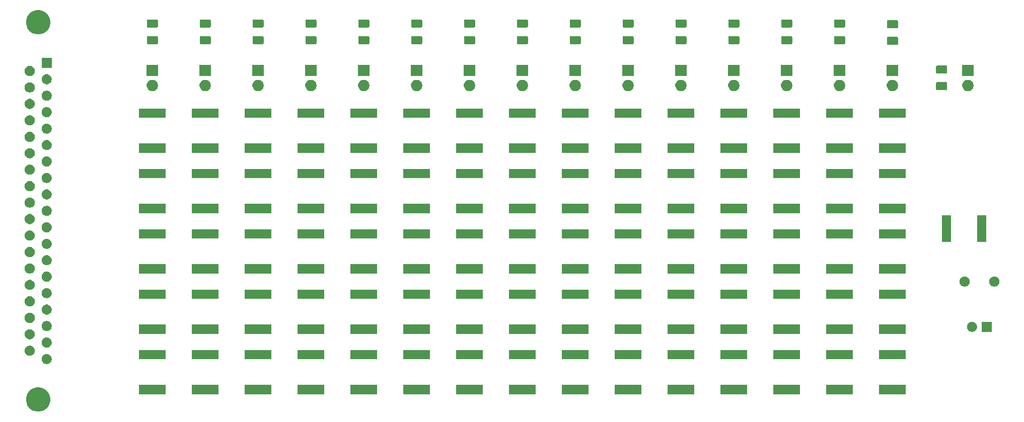
<source format=gbr>
G04 #@! TF.GenerationSoftware,KiCad,Pcbnew,5.1.5-52549c5~84~ubuntu18.04.1*
G04 #@! TF.CreationDate,2020-05-17T15:51:58-07:00*
G04 #@! TF.ProjectId,program_counter,70726f67-7261-46d5-9f63-6f756e746572,rev?*
G04 #@! TF.SameCoordinates,Original*
G04 #@! TF.FileFunction,Soldermask,Top*
G04 #@! TF.FilePolarity,Negative*
%FSLAX46Y46*%
G04 Gerber Fmt 4.6, Leading zero omitted, Abs format (unit mm)*
G04 Created by KiCad (PCBNEW 5.1.5-52549c5~84~ubuntu18.04.1) date 2020-05-17 15:51:58*
%MOMM*%
%LPD*%
G04 APERTURE LIST*
%ADD10C,0.100000*%
G04 APERTURE END LIST*
D10*
G36*
X72838254Y-127097818D02*
G01*
X73211511Y-127252426D01*
X73211513Y-127252427D01*
X73547436Y-127476884D01*
X73833116Y-127762564D01*
X74057574Y-128098489D01*
X74212182Y-128471746D01*
X74291000Y-128867993D01*
X74291000Y-129272007D01*
X74212182Y-129668254D01*
X74057574Y-130041511D01*
X74057573Y-130041513D01*
X73833116Y-130377436D01*
X73547436Y-130663116D01*
X73211513Y-130887573D01*
X73211512Y-130887574D01*
X73211511Y-130887574D01*
X72838254Y-131042182D01*
X72442007Y-131121000D01*
X72037993Y-131121000D01*
X71641746Y-131042182D01*
X71268489Y-130887574D01*
X71268488Y-130887574D01*
X71268487Y-130887573D01*
X70932564Y-130663116D01*
X70646884Y-130377436D01*
X70422427Y-130041513D01*
X70422426Y-130041511D01*
X70267818Y-129668254D01*
X70189000Y-129272007D01*
X70189000Y-128867993D01*
X70267818Y-128471746D01*
X70422426Y-128098489D01*
X70646884Y-127762564D01*
X70932564Y-127476884D01*
X71268487Y-127252427D01*
X71268489Y-127252426D01*
X71641746Y-127097818D01*
X72037993Y-127019000D01*
X72442007Y-127019000D01*
X72838254Y-127097818D01*
G37*
G36*
X120336000Y-128186000D02*
G01*
X115884000Y-128186000D01*
X115884000Y-126634000D01*
X120336000Y-126634000D01*
X120336000Y-128186000D01*
G37*
G36*
X209236000Y-128186000D02*
G01*
X204784000Y-128186000D01*
X204784000Y-126634000D01*
X209236000Y-126634000D01*
X209236000Y-128186000D01*
G37*
G36*
X93666000Y-128186000D02*
G01*
X89214000Y-128186000D01*
X89214000Y-126634000D01*
X93666000Y-126634000D01*
X93666000Y-128186000D01*
G37*
G36*
X218126000Y-128186000D02*
G01*
X213674000Y-128186000D01*
X213674000Y-126634000D01*
X218126000Y-126634000D01*
X218126000Y-128186000D01*
G37*
G36*
X155896000Y-128186000D02*
G01*
X151444000Y-128186000D01*
X151444000Y-126634000D01*
X155896000Y-126634000D01*
X155896000Y-128186000D01*
G37*
G36*
X182566000Y-128186000D02*
G01*
X178114000Y-128186000D01*
X178114000Y-126634000D01*
X182566000Y-126634000D01*
X182566000Y-128186000D01*
G37*
G36*
X191456000Y-128186000D02*
G01*
X187004000Y-128186000D01*
X187004000Y-126634000D01*
X191456000Y-126634000D01*
X191456000Y-128186000D01*
G37*
G36*
X164786000Y-128186000D02*
G01*
X160334000Y-128186000D01*
X160334000Y-126634000D01*
X164786000Y-126634000D01*
X164786000Y-128186000D01*
G37*
G36*
X147006000Y-128186000D02*
G01*
X142554000Y-128186000D01*
X142554000Y-126634000D01*
X147006000Y-126634000D01*
X147006000Y-128186000D01*
G37*
G36*
X102556000Y-128186000D02*
G01*
X98104000Y-128186000D01*
X98104000Y-126634000D01*
X102556000Y-126634000D01*
X102556000Y-128186000D01*
G37*
G36*
X111446000Y-128186000D02*
G01*
X106994000Y-128186000D01*
X106994000Y-126634000D01*
X111446000Y-126634000D01*
X111446000Y-128186000D01*
G37*
G36*
X138116000Y-128186000D02*
G01*
X133664000Y-128186000D01*
X133664000Y-126634000D01*
X138116000Y-126634000D01*
X138116000Y-128186000D01*
G37*
G36*
X129226000Y-128186000D02*
G01*
X124774000Y-128186000D01*
X124774000Y-126634000D01*
X129226000Y-126634000D01*
X129226000Y-128186000D01*
G37*
G36*
X200346000Y-128186000D02*
G01*
X195894000Y-128186000D01*
X195894000Y-126634000D01*
X200346000Y-126634000D01*
X200346000Y-128186000D01*
G37*
G36*
X173676000Y-128186000D02*
G01*
X169224000Y-128186000D01*
X169224000Y-126634000D01*
X173676000Y-126634000D01*
X173676000Y-128186000D01*
G37*
G36*
X73908228Y-121431703D02*
G01*
X74063100Y-121495853D01*
X74202481Y-121588985D01*
X74321015Y-121707519D01*
X74414147Y-121846900D01*
X74478297Y-122001772D01*
X74511000Y-122166184D01*
X74511000Y-122333816D01*
X74478297Y-122498228D01*
X74414147Y-122653100D01*
X74321015Y-122792481D01*
X74202481Y-122911015D01*
X74063100Y-123004147D01*
X73908228Y-123068297D01*
X73743816Y-123101000D01*
X73576184Y-123101000D01*
X73411772Y-123068297D01*
X73256900Y-123004147D01*
X73117519Y-122911015D01*
X72998985Y-122792481D01*
X72905853Y-122653100D01*
X72841703Y-122498228D01*
X72809000Y-122333816D01*
X72809000Y-122166184D01*
X72841703Y-122001772D01*
X72905853Y-121846900D01*
X72998985Y-121707519D01*
X73117519Y-121588985D01*
X73256900Y-121495853D01*
X73411772Y-121431703D01*
X73576184Y-121399000D01*
X73743816Y-121399000D01*
X73908228Y-121431703D01*
G37*
G36*
X129226000Y-122286000D02*
G01*
X124774000Y-122286000D01*
X124774000Y-120734000D01*
X129226000Y-120734000D01*
X129226000Y-122286000D01*
G37*
G36*
X218126000Y-122286000D02*
G01*
X213674000Y-122286000D01*
X213674000Y-120734000D01*
X218126000Y-120734000D01*
X218126000Y-122286000D01*
G37*
G36*
X164786000Y-122286000D02*
G01*
X160334000Y-122286000D01*
X160334000Y-120734000D01*
X164786000Y-120734000D01*
X164786000Y-122286000D01*
G37*
G36*
X200346000Y-122286000D02*
G01*
X195894000Y-122286000D01*
X195894000Y-120734000D01*
X200346000Y-120734000D01*
X200346000Y-122286000D01*
G37*
G36*
X138116000Y-122286000D02*
G01*
X133664000Y-122286000D01*
X133664000Y-120734000D01*
X138116000Y-120734000D01*
X138116000Y-122286000D01*
G37*
G36*
X191456000Y-122286000D02*
G01*
X187004000Y-122286000D01*
X187004000Y-120734000D01*
X191456000Y-120734000D01*
X191456000Y-122286000D01*
G37*
G36*
X209236000Y-122286000D02*
G01*
X204784000Y-122286000D01*
X204784000Y-120734000D01*
X209236000Y-120734000D01*
X209236000Y-122286000D01*
G37*
G36*
X93666000Y-122286000D02*
G01*
X89214000Y-122286000D01*
X89214000Y-120734000D01*
X93666000Y-120734000D01*
X93666000Y-122286000D01*
G37*
G36*
X102556000Y-122286000D02*
G01*
X98104000Y-122286000D01*
X98104000Y-120734000D01*
X102556000Y-120734000D01*
X102556000Y-122286000D01*
G37*
G36*
X111446000Y-122286000D02*
G01*
X106994000Y-122286000D01*
X106994000Y-120734000D01*
X111446000Y-120734000D01*
X111446000Y-122286000D01*
G37*
G36*
X120336000Y-122286000D02*
G01*
X115884000Y-122286000D01*
X115884000Y-120734000D01*
X120336000Y-120734000D01*
X120336000Y-122286000D01*
G37*
G36*
X155896000Y-122286000D02*
G01*
X151444000Y-122286000D01*
X151444000Y-120734000D01*
X155896000Y-120734000D01*
X155896000Y-122286000D01*
G37*
G36*
X182566000Y-122286000D02*
G01*
X178114000Y-122286000D01*
X178114000Y-120734000D01*
X182566000Y-120734000D01*
X182566000Y-122286000D01*
G37*
G36*
X173676000Y-122286000D02*
G01*
X169224000Y-122286000D01*
X169224000Y-120734000D01*
X173676000Y-120734000D01*
X173676000Y-122286000D01*
G37*
G36*
X147006000Y-122286000D02*
G01*
X142554000Y-122286000D01*
X142554000Y-120734000D01*
X147006000Y-120734000D01*
X147006000Y-122286000D01*
G37*
G36*
X71068228Y-120046703D02*
G01*
X71223100Y-120110853D01*
X71362481Y-120203985D01*
X71481015Y-120322519D01*
X71574147Y-120461900D01*
X71638297Y-120616772D01*
X71671000Y-120781184D01*
X71671000Y-120948816D01*
X71638297Y-121113228D01*
X71574147Y-121268100D01*
X71481015Y-121407481D01*
X71362481Y-121526015D01*
X71223100Y-121619147D01*
X71068228Y-121683297D01*
X70903816Y-121716000D01*
X70736184Y-121716000D01*
X70571772Y-121683297D01*
X70416900Y-121619147D01*
X70277519Y-121526015D01*
X70158985Y-121407481D01*
X70065853Y-121268100D01*
X70001703Y-121113228D01*
X69969000Y-120948816D01*
X69969000Y-120781184D01*
X70001703Y-120616772D01*
X70065853Y-120461900D01*
X70158985Y-120322519D01*
X70277519Y-120203985D01*
X70416900Y-120110853D01*
X70571772Y-120046703D01*
X70736184Y-120014000D01*
X70903816Y-120014000D01*
X71068228Y-120046703D01*
G37*
G36*
X73908228Y-118661703D02*
G01*
X74063100Y-118725853D01*
X74202481Y-118818985D01*
X74321015Y-118937519D01*
X74414147Y-119076900D01*
X74478297Y-119231772D01*
X74511000Y-119396184D01*
X74511000Y-119563816D01*
X74478297Y-119728228D01*
X74414147Y-119883100D01*
X74321015Y-120022481D01*
X74202481Y-120141015D01*
X74063100Y-120234147D01*
X73908228Y-120298297D01*
X73743816Y-120331000D01*
X73576184Y-120331000D01*
X73411772Y-120298297D01*
X73256900Y-120234147D01*
X73117519Y-120141015D01*
X72998985Y-120022481D01*
X72905853Y-119883100D01*
X72841703Y-119728228D01*
X72809000Y-119563816D01*
X72809000Y-119396184D01*
X72841703Y-119231772D01*
X72905853Y-119076900D01*
X72998985Y-118937519D01*
X73117519Y-118818985D01*
X73256900Y-118725853D01*
X73411772Y-118661703D01*
X73576184Y-118629000D01*
X73743816Y-118629000D01*
X73908228Y-118661703D01*
G37*
G36*
X71068228Y-117276703D02*
G01*
X71223100Y-117340853D01*
X71362481Y-117433985D01*
X71481015Y-117552519D01*
X71574147Y-117691900D01*
X71638297Y-117846772D01*
X71671000Y-118011184D01*
X71671000Y-118178816D01*
X71638297Y-118343228D01*
X71574147Y-118498100D01*
X71481015Y-118637481D01*
X71362481Y-118756015D01*
X71223100Y-118849147D01*
X71068228Y-118913297D01*
X70903816Y-118946000D01*
X70736184Y-118946000D01*
X70571772Y-118913297D01*
X70416900Y-118849147D01*
X70277519Y-118756015D01*
X70158985Y-118637481D01*
X70065853Y-118498100D01*
X70001703Y-118343228D01*
X69969000Y-118178816D01*
X69969000Y-118011184D01*
X70001703Y-117846772D01*
X70065853Y-117691900D01*
X70158985Y-117552519D01*
X70277519Y-117433985D01*
X70416900Y-117340853D01*
X70571772Y-117276703D01*
X70736184Y-117244000D01*
X70903816Y-117244000D01*
X71068228Y-117276703D01*
G37*
G36*
X147006000Y-118026000D02*
G01*
X142554000Y-118026000D01*
X142554000Y-116474000D01*
X147006000Y-116474000D01*
X147006000Y-118026000D01*
G37*
G36*
X138116000Y-118026000D02*
G01*
X133664000Y-118026000D01*
X133664000Y-116474000D01*
X138116000Y-116474000D01*
X138116000Y-118026000D01*
G37*
G36*
X155896000Y-118026000D02*
G01*
X151444000Y-118026000D01*
X151444000Y-116474000D01*
X155896000Y-116474000D01*
X155896000Y-118026000D01*
G37*
G36*
X164786000Y-118026000D02*
G01*
X160334000Y-118026000D01*
X160334000Y-116474000D01*
X164786000Y-116474000D01*
X164786000Y-118026000D01*
G37*
G36*
X173676000Y-118026000D02*
G01*
X169224000Y-118026000D01*
X169224000Y-116474000D01*
X173676000Y-116474000D01*
X173676000Y-118026000D01*
G37*
G36*
X129226000Y-118026000D02*
G01*
X124774000Y-118026000D01*
X124774000Y-116474000D01*
X129226000Y-116474000D01*
X129226000Y-118026000D01*
G37*
G36*
X120336000Y-118026000D02*
G01*
X115884000Y-118026000D01*
X115884000Y-116474000D01*
X120336000Y-116474000D01*
X120336000Y-118026000D01*
G37*
G36*
X218126000Y-118026000D02*
G01*
X213674000Y-118026000D01*
X213674000Y-116474000D01*
X218126000Y-116474000D01*
X218126000Y-118026000D01*
G37*
G36*
X111446000Y-118026000D02*
G01*
X106994000Y-118026000D01*
X106994000Y-116474000D01*
X111446000Y-116474000D01*
X111446000Y-118026000D01*
G37*
G36*
X182566000Y-118026000D02*
G01*
X178114000Y-118026000D01*
X178114000Y-116474000D01*
X182566000Y-116474000D01*
X182566000Y-118026000D01*
G37*
G36*
X191456000Y-118026000D02*
G01*
X187004000Y-118026000D01*
X187004000Y-116474000D01*
X191456000Y-116474000D01*
X191456000Y-118026000D01*
G37*
G36*
X200346000Y-118026000D02*
G01*
X195894000Y-118026000D01*
X195894000Y-116474000D01*
X200346000Y-116474000D01*
X200346000Y-118026000D01*
G37*
G36*
X209236000Y-118026000D02*
G01*
X204784000Y-118026000D01*
X204784000Y-116474000D01*
X209236000Y-116474000D01*
X209236000Y-118026000D01*
G37*
G36*
X93666000Y-118026000D02*
G01*
X89214000Y-118026000D01*
X89214000Y-116474000D01*
X93666000Y-116474000D01*
X93666000Y-118026000D01*
G37*
G36*
X102556000Y-118026000D02*
G01*
X98104000Y-118026000D01*
X98104000Y-116474000D01*
X102556000Y-116474000D01*
X102556000Y-118026000D01*
G37*
G36*
X229523228Y-116021703D02*
G01*
X229678100Y-116085853D01*
X229817481Y-116178985D01*
X229936015Y-116297519D01*
X230029147Y-116436900D01*
X230093297Y-116591772D01*
X230126000Y-116756184D01*
X230126000Y-116923816D01*
X230093297Y-117088228D01*
X230029147Y-117243100D01*
X229936015Y-117382481D01*
X229817481Y-117501015D01*
X229678100Y-117594147D01*
X229523228Y-117658297D01*
X229358816Y-117691000D01*
X229191184Y-117691000D01*
X229026772Y-117658297D01*
X228871900Y-117594147D01*
X228732519Y-117501015D01*
X228613985Y-117382481D01*
X228520853Y-117243100D01*
X228456703Y-117088228D01*
X228424000Y-116923816D01*
X228424000Y-116756184D01*
X228456703Y-116591772D01*
X228520853Y-116436900D01*
X228613985Y-116297519D01*
X228732519Y-116178985D01*
X228871900Y-116085853D01*
X229026772Y-116021703D01*
X229191184Y-115989000D01*
X229358816Y-115989000D01*
X229523228Y-116021703D01*
G37*
G36*
X232626000Y-117691000D02*
G01*
X230924000Y-117691000D01*
X230924000Y-115989000D01*
X232626000Y-115989000D01*
X232626000Y-117691000D01*
G37*
G36*
X73908228Y-115891703D02*
G01*
X74063100Y-115955853D01*
X74202481Y-116048985D01*
X74321015Y-116167519D01*
X74414147Y-116306900D01*
X74478297Y-116461772D01*
X74511000Y-116626184D01*
X74511000Y-116793816D01*
X74478297Y-116958228D01*
X74414147Y-117113100D01*
X74321015Y-117252481D01*
X74202481Y-117371015D01*
X74063100Y-117464147D01*
X73908228Y-117528297D01*
X73743816Y-117561000D01*
X73576184Y-117561000D01*
X73411772Y-117528297D01*
X73256900Y-117464147D01*
X73117519Y-117371015D01*
X72998985Y-117252481D01*
X72905853Y-117113100D01*
X72841703Y-116958228D01*
X72809000Y-116793816D01*
X72809000Y-116626184D01*
X72841703Y-116461772D01*
X72905853Y-116306900D01*
X72998985Y-116167519D01*
X73117519Y-116048985D01*
X73256900Y-115955853D01*
X73411772Y-115891703D01*
X73576184Y-115859000D01*
X73743816Y-115859000D01*
X73908228Y-115891703D01*
G37*
G36*
X71068228Y-114506703D02*
G01*
X71223100Y-114570853D01*
X71362481Y-114663985D01*
X71481015Y-114782519D01*
X71574147Y-114921900D01*
X71638297Y-115076772D01*
X71671000Y-115241184D01*
X71671000Y-115408816D01*
X71638297Y-115573228D01*
X71574147Y-115728100D01*
X71481015Y-115867481D01*
X71362481Y-115986015D01*
X71223100Y-116079147D01*
X71068228Y-116143297D01*
X70903816Y-116176000D01*
X70736184Y-116176000D01*
X70571772Y-116143297D01*
X70416900Y-116079147D01*
X70277519Y-115986015D01*
X70158985Y-115867481D01*
X70065853Y-115728100D01*
X70001703Y-115573228D01*
X69969000Y-115408816D01*
X69969000Y-115241184D01*
X70001703Y-115076772D01*
X70065853Y-114921900D01*
X70158985Y-114782519D01*
X70277519Y-114663985D01*
X70416900Y-114570853D01*
X70571772Y-114506703D01*
X70736184Y-114474000D01*
X70903816Y-114474000D01*
X71068228Y-114506703D01*
G37*
G36*
X73908228Y-113121703D02*
G01*
X74063100Y-113185853D01*
X74202481Y-113278985D01*
X74321015Y-113397519D01*
X74414147Y-113536900D01*
X74478297Y-113691772D01*
X74511000Y-113856184D01*
X74511000Y-114023816D01*
X74478297Y-114188228D01*
X74414147Y-114343100D01*
X74321015Y-114482481D01*
X74202481Y-114601015D01*
X74063100Y-114694147D01*
X73908228Y-114758297D01*
X73743816Y-114791000D01*
X73576184Y-114791000D01*
X73411772Y-114758297D01*
X73256900Y-114694147D01*
X73117519Y-114601015D01*
X72998985Y-114482481D01*
X72905853Y-114343100D01*
X72841703Y-114188228D01*
X72809000Y-114023816D01*
X72809000Y-113856184D01*
X72841703Y-113691772D01*
X72905853Y-113536900D01*
X72998985Y-113397519D01*
X73117519Y-113278985D01*
X73256900Y-113185853D01*
X73411772Y-113121703D01*
X73576184Y-113089000D01*
X73743816Y-113089000D01*
X73908228Y-113121703D01*
G37*
G36*
X71068228Y-111736703D02*
G01*
X71223100Y-111800853D01*
X71362481Y-111893985D01*
X71481015Y-112012519D01*
X71574147Y-112151900D01*
X71638297Y-112306772D01*
X71671000Y-112471184D01*
X71671000Y-112638816D01*
X71638297Y-112803228D01*
X71574147Y-112958100D01*
X71481015Y-113097481D01*
X71362481Y-113216015D01*
X71223100Y-113309147D01*
X71068228Y-113373297D01*
X70903816Y-113406000D01*
X70736184Y-113406000D01*
X70571772Y-113373297D01*
X70416900Y-113309147D01*
X70277519Y-113216015D01*
X70158985Y-113097481D01*
X70065853Y-112958100D01*
X70001703Y-112803228D01*
X69969000Y-112638816D01*
X69969000Y-112471184D01*
X70001703Y-112306772D01*
X70065853Y-112151900D01*
X70158985Y-112012519D01*
X70277519Y-111893985D01*
X70416900Y-111800853D01*
X70571772Y-111736703D01*
X70736184Y-111704000D01*
X70903816Y-111704000D01*
X71068228Y-111736703D01*
G37*
G36*
X191456000Y-112126000D02*
G01*
X187004000Y-112126000D01*
X187004000Y-110574000D01*
X191456000Y-110574000D01*
X191456000Y-112126000D01*
G37*
G36*
X200346000Y-112126000D02*
G01*
X195894000Y-112126000D01*
X195894000Y-110574000D01*
X200346000Y-110574000D01*
X200346000Y-112126000D01*
G37*
G36*
X129226000Y-112126000D02*
G01*
X124774000Y-112126000D01*
X124774000Y-110574000D01*
X129226000Y-110574000D01*
X129226000Y-112126000D01*
G37*
G36*
X120336000Y-112126000D02*
G01*
X115884000Y-112126000D01*
X115884000Y-110574000D01*
X120336000Y-110574000D01*
X120336000Y-112126000D01*
G37*
G36*
X111446000Y-112126000D02*
G01*
X106994000Y-112126000D01*
X106994000Y-110574000D01*
X111446000Y-110574000D01*
X111446000Y-112126000D01*
G37*
G36*
X218126000Y-112126000D02*
G01*
X213674000Y-112126000D01*
X213674000Y-110574000D01*
X218126000Y-110574000D01*
X218126000Y-112126000D01*
G37*
G36*
X102556000Y-112126000D02*
G01*
X98104000Y-112126000D01*
X98104000Y-110574000D01*
X102556000Y-110574000D01*
X102556000Y-112126000D01*
G37*
G36*
X182566000Y-112126000D02*
G01*
X178114000Y-112126000D01*
X178114000Y-110574000D01*
X182566000Y-110574000D01*
X182566000Y-112126000D01*
G37*
G36*
X93666000Y-112126000D02*
G01*
X89214000Y-112126000D01*
X89214000Y-110574000D01*
X93666000Y-110574000D01*
X93666000Y-112126000D01*
G37*
G36*
X209236000Y-112126000D02*
G01*
X204784000Y-112126000D01*
X204784000Y-110574000D01*
X209236000Y-110574000D01*
X209236000Y-112126000D01*
G37*
G36*
X173676000Y-112126000D02*
G01*
X169224000Y-112126000D01*
X169224000Y-110574000D01*
X173676000Y-110574000D01*
X173676000Y-112126000D01*
G37*
G36*
X164786000Y-112126000D02*
G01*
X160334000Y-112126000D01*
X160334000Y-110574000D01*
X164786000Y-110574000D01*
X164786000Y-112126000D01*
G37*
G36*
X147006000Y-112126000D02*
G01*
X142554000Y-112126000D01*
X142554000Y-110574000D01*
X147006000Y-110574000D01*
X147006000Y-112126000D01*
G37*
G36*
X155896000Y-112126000D02*
G01*
X151444000Y-112126000D01*
X151444000Y-110574000D01*
X155896000Y-110574000D01*
X155896000Y-112126000D01*
G37*
G36*
X138116000Y-112126000D02*
G01*
X133664000Y-112126000D01*
X133664000Y-110574000D01*
X138116000Y-110574000D01*
X138116000Y-112126000D01*
G37*
G36*
X73908228Y-110351703D02*
G01*
X74063100Y-110415853D01*
X74202481Y-110508985D01*
X74321015Y-110627519D01*
X74414147Y-110766900D01*
X74478297Y-110921772D01*
X74511000Y-111086184D01*
X74511000Y-111253816D01*
X74478297Y-111418228D01*
X74414147Y-111573100D01*
X74321015Y-111712481D01*
X74202481Y-111831015D01*
X74063100Y-111924147D01*
X73908228Y-111988297D01*
X73743816Y-112021000D01*
X73576184Y-112021000D01*
X73411772Y-111988297D01*
X73256900Y-111924147D01*
X73117519Y-111831015D01*
X72998985Y-111712481D01*
X72905853Y-111573100D01*
X72841703Y-111418228D01*
X72809000Y-111253816D01*
X72809000Y-111086184D01*
X72841703Y-110921772D01*
X72905853Y-110766900D01*
X72998985Y-110627519D01*
X73117519Y-110508985D01*
X73256900Y-110415853D01*
X73411772Y-110351703D01*
X73576184Y-110319000D01*
X73743816Y-110319000D01*
X73908228Y-110351703D01*
G37*
G36*
X71068228Y-108966703D02*
G01*
X71223100Y-109030853D01*
X71362481Y-109123985D01*
X71481015Y-109242519D01*
X71574147Y-109381900D01*
X71638297Y-109536772D01*
X71671000Y-109701184D01*
X71671000Y-109868816D01*
X71638297Y-110033228D01*
X71574147Y-110188100D01*
X71481015Y-110327481D01*
X71362481Y-110446015D01*
X71223100Y-110539147D01*
X71068228Y-110603297D01*
X70903816Y-110636000D01*
X70736184Y-110636000D01*
X70571772Y-110603297D01*
X70416900Y-110539147D01*
X70277519Y-110446015D01*
X70158985Y-110327481D01*
X70065853Y-110188100D01*
X70001703Y-110033228D01*
X69969000Y-109868816D01*
X69969000Y-109701184D01*
X70001703Y-109536772D01*
X70065853Y-109381900D01*
X70158985Y-109242519D01*
X70277519Y-109123985D01*
X70416900Y-109030853D01*
X70571772Y-108966703D01*
X70736184Y-108934000D01*
X70903816Y-108934000D01*
X71068228Y-108966703D01*
G37*
G36*
X233293228Y-108401703D02*
G01*
X233448100Y-108465853D01*
X233587481Y-108558985D01*
X233706015Y-108677519D01*
X233799147Y-108816900D01*
X233863297Y-108971772D01*
X233896000Y-109136184D01*
X233896000Y-109303816D01*
X233863297Y-109468228D01*
X233799147Y-109623100D01*
X233706015Y-109762481D01*
X233587481Y-109881015D01*
X233448100Y-109974147D01*
X233293228Y-110038297D01*
X233128816Y-110071000D01*
X232961184Y-110071000D01*
X232796772Y-110038297D01*
X232641900Y-109974147D01*
X232502519Y-109881015D01*
X232383985Y-109762481D01*
X232290853Y-109623100D01*
X232226703Y-109468228D01*
X232194000Y-109303816D01*
X232194000Y-109136184D01*
X232226703Y-108971772D01*
X232290853Y-108816900D01*
X232383985Y-108677519D01*
X232502519Y-108558985D01*
X232641900Y-108465853D01*
X232796772Y-108401703D01*
X232961184Y-108369000D01*
X233128816Y-108369000D01*
X233293228Y-108401703D01*
G37*
G36*
X228293228Y-108401703D02*
G01*
X228448100Y-108465853D01*
X228587481Y-108558985D01*
X228706015Y-108677519D01*
X228799147Y-108816900D01*
X228863297Y-108971772D01*
X228896000Y-109136184D01*
X228896000Y-109303816D01*
X228863297Y-109468228D01*
X228799147Y-109623100D01*
X228706015Y-109762481D01*
X228587481Y-109881015D01*
X228448100Y-109974147D01*
X228293228Y-110038297D01*
X228128816Y-110071000D01*
X227961184Y-110071000D01*
X227796772Y-110038297D01*
X227641900Y-109974147D01*
X227502519Y-109881015D01*
X227383985Y-109762481D01*
X227290853Y-109623100D01*
X227226703Y-109468228D01*
X227194000Y-109303816D01*
X227194000Y-109136184D01*
X227226703Y-108971772D01*
X227290853Y-108816900D01*
X227383985Y-108677519D01*
X227502519Y-108558985D01*
X227641900Y-108465853D01*
X227796772Y-108401703D01*
X227961184Y-108369000D01*
X228128816Y-108369000D01*
X228293228Y-108401703D01*
G37*
G36*
X73908228Y-107581703D02*
G01*
X74063100Y-107645853D01*
X74202481Y-107738985D01*
X74321015Y-107857519D01*
X74414147Y-107996900D01*
X74478297Y-108151772D01*
X74511000Y-108316184D01*
X74511000Y-108483816D01*
X74478297Y-108648228D01*
X74414147Y-108803100D01*
X74321015Y-108942481D01*
X74202481Y-109061015D01*
X74063100Y-109154147D01*
X73908228Y-109218297D01*
X73743816Y-109251000D01*
X73576184Y-109251000D01*
X73411772Y-109218297D01*
X73256900Y-109154147D01*
X73117519Y-109061015D01*
X72998985Y-108942481D01*
X72905853Y-108803100D01*
X72841703Y-108648228D01*
X72809000Y-108483816D01*
X72809000Y-108316184D01*
X72841703Y-108151772D01*
X72905853Y-107996900D01*
X72998985Y-107857519D01*
X73117519Y-107738985D01*
X73256900Y-107645853D01*
X73411772Y-107581703D01*
X73576184Y-107549000D01*
X73743816Y-107549000D01*
X73908228Y-107581703D01*
G37*
G36*
X111446000Y-107866000D02*
G01*
X106994000Y-107866000D01*
X106994000Y-106314000D01*
X111446000Y-106314000D01*
X111446000Y-107866000D01*
G37*
G36*
X191456000Y-107866000D02*
G01*
X187004000Y-107866000D01*
X187004000Y-106314000D01*
X191456000Y-106314000D01*
X191456000Y-107866000D01*
G37*
G36*
X129226000Y-107866000D02*
G01*
X124774000Y-107866000D01*
X124774000Y-106314000D01*
X129226000Y-106314000D01*
X129226000Y-107866000D01*
G37*
G36*
X138116000Y-107866000D02*
G01*
X133664000Y-107866000D01*
X133664000Y-106314000D01*
X138116000Y-106314000D01*
X138116000Y-107866000D01*
G37*
G36*
X164786000Y-107866000D02*
G01*
X160334000Y-107866000D01*
X160334000Y-106314000D01*
X164786000Y-106314000D01*
X164786000Y-107866000D01*
G37*
G36*
X93666000Y-107866000D02*
G01*
X89214000Y-107866000D01*
X89214000Y-106314000D01*
X93666000Y-106314000D01*
X93666000Y-107866000D01*
G37*
G36*
X155896000Y-107866000D02*
G01*
X151444000Y-107866000D01*
X151444000Y-106314000D01*
X155896000Y-106314000D01*
X155896000Y-107866000D01*
G37*
G36*
X173676000Y-107866000D02*
G01*
X169224000Y-107866000D01*
X169224000Y-106314000D01*
X173676000Y-106314000D01*
X173676000Y-107866000D01*
G37*
G36*
X120336000Y-107866000D02*
G01*
X115884000Y-107866000D01*
X115884000Y-106314000D01*
X120336000Y-106314000D01*
X120336000Y-107866000D01*
G37*
G36*
X147006000Y-107866000D02*
G01*
X142554000Y-107866000D01*
X142554000Y-106314000D01*
X147006000Y-106314000D01*
X147006000Y-107866000D01*
G37*
G36*
X71068228Y-106196703D02*
G01*
X71223100Y-106260853D01*
X71362481Y-106353985D01*
X71481015Y-106472519D01*
X71574147Y-106611900D01*
X71638297Y-106766772D01*
X71671000Y-106931184D01*
X71671000Y-107098816D01*
X71638297Y-107263228D01*
X71574147Y-107418100D01*
X71481015Y-107557481D01*
X71362481Y-107676015D01*
X71223100Y-107769147D01*
X71068228Y-107833297D01*
X70903816Y-107866000D01*
X70736184Y-107866000D01*
X70571772Y-107833297D01*
X70416900Y-107769147D01*
X70277519Y-107676015D01*
X70158985Y-107557481D01*
X70065853Y-107418100D01*
X70001703Y-107263228D01*
X69969000Y-107098816D01*
X69969000Y-106931184D01*
X70001703Y-106766772D01*
X70065853Y-106611900D01*
X70158985Y-106472519D01*
X70277519Y-106353985D01*
X70416900Y-106260853D01*
X70571772Y-106196703D01*
X70736184Y-106164000D01*
X70903816Y-106164000D01*
X71068228Y-106196703D01*
G37*
G36*
X182566000Y-107866000D02*
G01*
X178114000Y-107866000D01*
X178114000Y-106314000D01*
X182566000Y-106314000D01*
X182566000Y-107866000D01*
G37*
G36*
X218126000Y-107866000D02*
G01*
X213674000Y-107866000D01*
X213674000Y-106314000D01*
X218126000Y-106314000D01*
X218126000Y-107866000D01*
G37*
G36*
X209236000Y-107866000D02*
G01*
X204784000Y-107866000D01*
X204784000Y-106314000D01*
X209236000Y-106314000D01*
X209236000Y-107866000D01*
G37*
G36*
X200346000Y-107866000D02*
G01*
X195894000Y-107866000D01*
X195894000Y-106314000D01*
X200346000Y-106314000D01*
X200346000Y-107866000D01*
G37*
G36*
X102556000Y-107866000D02*
G01*
X98104000Y-107866000D01*
X98104000Y-106314000D01*
X102556000Y-106314000D01*
X102556000Y-107866000D01*
G37*
G36*
X73908228Y-104811703D02*
G01*
X74063100Y-104875853D01*
X74202481Y-104968985D01*
X74321015Y-105087519D01*
X74414147Y-105226900D01*
X74478297Y-105381772D01*
X74511000Y-105546184D01*
X74511000Y-105713816D01*
X74478297Y-105878228D01*
X74414147Y-106033100D01*
X74321015Y-106172481D01*
X74202481Y-106291015D01*
X74063100Y-106384147D01*
X73908228Y-106448297D01*
X73743816Y-106481000D01*
X73576184Y-106481000D01*
X73411772Y-106448297D01*
X73256900Y-106384147D01*
X73117519Y-106291015D01*
X72998985Y-106172481D01*
X72905853Y-106033100D01*
X72841703Y-105878228D01*
X72809000Y-105713816D01*
X72809000Y-105546184D01*
X72841703Y-105381772D01*
X72905853Y-105226900D01*
X72998985Y-105087519D01*
X73117519Y-104968985D01*
X73256900Y-104875853D01*
X73411772Y-104811703D01*
X73576184Y-104779000D01*
X73743816Y-104779000D01*
X73908228Y-104811703D01*
G37*
G36*
X71068228Y-103426703D02*
G01*
X71223100Y-103490853D01*
X71362481Y-103583985D01*
X71481015Y-103702519D01*
X71574147Y-103841900D01*
X71638297Y-103996772D01*
X71671000Y-104161184D01*
X71671000Y-104328816D01*
X71638297Y-104493228D01*
X71574147Y-104648100D01*
X71481015Y-104787481D01*
X71362481Y-104906015D01*
X71223100Y-104999147D01*
X71068228Y-105063297D01*
X70903816Y-105096000D01*
X70736184Y-105096000D01*
X70571772Y-105063297D01*
X70416900Y-104999147D01*
X70277519Y-104906015D01*
X70158985Y-104787481D01*
X70065853Y-104648100D01*
X70001703Y-104493228D01*
X69969000Y-104328816D01*
X69969000Y-104161184D01*
X70001703Y-103996772D01*
X70065853Y-103841900D01*
X70158985Y-103702519D01*
X70277519Y-103583985D01*
X70416900Y-103490853D01*
X70571772Y-103426703D01*
X70736184Y-103394000D01*
X70903816Y-103394000D01*
X71068228Y-103426703D01*
G37*
G36*
X73908228Y-102041703D02*
G01*
X74063100Y-102105853D01*
X74202481Y-102198985D01*
X74321015Y-102317519D01*
X74414147Y-102456900D01*
X74478297Y-102611772D01*
X74511000Y-102776184D01*
X74511000Y-102943816D01*
X74478297Y-103108228D01*
X74414147Y-103263100D01*
X74321015Y-103402481D01*
X74202481Y-103521015D01*
X74063100Y-103614147D01*
X73908228Y-103678297D01*
X73743816Y-103711000D01*
X73576184Y-103711000D01*
X73411772Y-103678297D01*
X73256900Y-103614147D01*
X73117519Y-103521015D01*
X72998985Y-103402481D01*
X72905853Y-103263100D01*
X72841703Y-103108228D01*
X72809000Y-102943816D01*
X72809000Y-102776184D01*
X72841703Y-102611772D01*
X72905853Y-102456900D01*
X72998985Y-102317519D01*
X73117519Y-102198985D01*
X73256900Y-102105853D01*
X73411772Y-102041703D01*
X73576184Y-102009000D01*
X73743816Y-102009000D01*
X73908228Y-102041703D01*
G37*
G36*
X231691000Y-102556000D02*
G01*
X230139000Y-102556000D01*
X230139000Y-98104000D01*
X231691000Y-98104000D01*
X231691000Y-102556000D01*
G37*
G36*
X225791000Y-102556000D02*
G01*
X224239000Y-102556000D01*
X224239000Y-98104000D01*
X225791000Y-98104000D01*
X225791000Y-102556000D01*
G37*
G36*
X71068228Y-100656703D02*
G01*
X71223100Y-100720853D01*
X71362481Y-100813985D01*
X71481015Y-100932519D01*
X71574147Y-101071900D01*
X71638297Y-101226772D01*
X71671000Y-101391184D01*
X71671000Y-101558816D01*
X71638297Y-101723228D01*
X71574147Y-101878100D01*
X71481015Y-102017481D01*
X71362481Y-102136015D01*
X71223100Y-102229147D01*
X71068228Y-102293297D01*
X70903816Y-102326000D01*
X70736184Y-102326000D01*
X70571772Y-102293297D01*
X70416900Y-102229147D01*
X70277519Y-102136015D01*
X70158985Y-102017481D01*
X70065853Y-101878100D01*
X70001703Y-101723228D01*
X69969000Y-101558816D01*
X69969000Y-101391184D01*
X70001703Y-101226772D01*
X70065853Y-101071900D01*
X70158985Y-100932519D01*
X70277519Y-100813985D01*
X70416900Y-100720853D01*
X70571772Y-100656703D01*
X70736184Y-100624000D01*
X70903816Y-100624000D01*
X71068228Y-100656703D01*
G37*
G36*
X173676000Y-101966000D02*
G01*
X169224000Y-101966000D01*
X169224000Y-100414000D01*
X173676000Y-100414000D01*
X173676000Y-101966000D01*
G37*
G36*
X191456000Y-101966000D02*
G01*
X187004000Y-101966000D01*
X187004000Y-100414000D01*
X191456000Y-100414000D01*
X191456000Y-101966000D01*
G37*
G36*
X218126000Y-101966000D02*
G01*
X213674000Y-101966000D01*
X213674000Y-100414000D01*
X218126000Y-100414000D01*
X218126000Y-101966000D01*
G37*
G36*
X182566000Y-101966000D02*
G01*
X178114000Y-101966000D01*
X178114000Y-100414000D01*
X182566000Y-100414000D01*
X182566000Y-101966000D01*
G37*
G36*
X209236000Y-101966000D02*
G01*
X204784000Y-101966000D01*
X204784000Y-100414000D01*
X209236000Y-100414000D01*
X209236000Y-101966000D01*
G37*
G36*
X200346000Y-101966000D02*
G01*
X195894000Y-101966000D01*
X195894000Y-100414000D01*
X200346000Y-100414000D01*
X200346000Y-101966000D01*
G37*
G36*
X129226000Y-101966000D02*
G01*
X124774000Y-101966000D01*
X124774000Y-100414000D01*
X129226000Y-100414000D01*
X129226000Y-101966000D01*
G37*
G36*
X147006000Y-101966000D02*
G01*
X142554000Y-101966000D01*
X142554000Y-100414000D01*
X147006000Y-100414000D01*
X147006000Y-101966000D01*
G37*
G36*
X138116000Y-101966000D02*
G01*
X133664000Y-101966000D01*
X133664000Y-100414000D01*
X138116000Y-100414000D01*
X138116000Y-101966000D01*
G37*
G36*
X164786000Y-101966000D02*
G01*
X160334000Y-101966000D01*
X160334000Y-100414000D01*
X164786000Y-100414000D01*
X164786000Y-101966000D01*
G37*
G36*
X102556000Y-101966000D02*
G01*
X98104000Y-101966000D01*
X98104000Y-100414000D01*
X102556000Y-100414000D01*
X102556000Y-101966000D01*
G37*
G36*
X93666000Y-101966000D02*
G01*
X89214000Y-101966000D01*
X89214000Y-100414000D01*
X93666000Y-100414000D01*
X93666000Y-101966000D01*
G37*
G36*
X155896000Y-101966000D02*
G01*
X151444000Y-101966000D01*
X151444000Y-100414000D01*
X155896000Y-100414000D01*
X155896000Y-101966000D01*
G37*
G36*
X111446000Y-101966000D02*
G01*
X106994000Y-101966000D01*
X106994000Y-100414000D01*
X111446000Y-100414000D01*
X111446000Y-101966000D01*
G37*
G36*
X120336000Y-101966000D02*
G01*
X115884000Y-101966000D01*
X115884000Y-100414000D01*
X120336000Y-100414000D01*
X120336000Y-101966000D01*
G37*
G36*
X73908228Y-99271703D02*
G01*
X74063100Y-99335853D01*
X74202481Y-99428985D01*
X74321015Y-99547519D01*
X74414147Y-99686900D01*
X74478297Y-99841772D01*
X74511000Y-100006184D01*
X74511000Y-100173816D01*
X74478297Y-100338228D01*
X74414147Y-100493100D01*
X74321015Y-100632481D01*
X74202481Y-100751015D01*
X74063100Y-100844147D01*
X73908228Y-100908297D01*
X73743816Y-100941000D01*
X73576184Y-100941000D01*
X73411772Y-100908297D01*
X73256900Y-100844147D01*
X73117519Y-100751015D01*
X72998985Y-100632481D01*
X72905853Y-100493100D01*
X72841703Y-100338228D01*
X72809000Y-100173816D01*
X72809000Y-100006184D01*
X72841703Y-99841772D01*
X72905853Y-99686900D01*
X72998985Y-99547519D01*
X73117519Y-99428985D01*
X73256900Y-99335853D01*
X73411772Y-99271703D01*
X73576184Y-99239000D01*
X73743816Y-99239000D01*
X73908228Y-99271703D01*
G37*
G36*
X71068228Y-97886703D02*
G01*
X71223100Y-97950853D01*
X71362481Y-98043985D01*
X71481015Y-98162519D01*
X71574147Y-98301900D01*
X71638297Y-98456772D01*
X71671000Y-98621184D01*
X71671000Y-98788816D01*
X71638297Y-98953228D01*
X71574147Y-99108100D01*
X71481015Y-99247481D01*
X71362481Y-99366015D01*
X71223100Y-99459147D01*
X71068228Y-99523297D01*
X70903816Y-99556000D01*
X70736184Y-99556000D01*
X70571772Y-99523297D01*
X70416900Y-99459147D01*
X70277519Y-99366015D01*
X70158985Y-99247481D01*
X70065853Y-99108100D01*
X70001703Y-98953228D01*
X69969000Y-98788816D01*
X69969000Y-98621184D01*
X70001703Y-98456772D01*
X70065853Y-98301900D01*
X70158985Y-98162519D01*
X70277519Y-98043985D01*
X70416900Y-97950853D01*
X70571772Y-97886703D01*
X70736184Y-97854000D01*
X70903816Y-97854000D01*
X71068228Y-97886703D01*
G37*
G36*
X73908228Y-96501703D02*
G01*
X74063100Y-96565853D01*
X74202481Y-96658985D01*
X74321015Y-96777519D01*
X74414147Y-96916900D01*
X74478297Y-97071772D01*
X74511000Y-97236184D01*
X74511000Y-97403816D01*
X74478297Y-97568228D01*
X74414147Y-97723100D01*
X74321015Y-97862481D01*
X74202481Y-97981015D01*
X74063100Y-98074147D01*
X73908228Y-98138297D01*
X73743816Y-98171000D01*
X73576184Y-98171000D01*
X73411772Y-98138297D01*
X73256900Y-98074147D01*
X73117519Y-97981015D01*
X72998985Y-97862481D01*
X72905853Y-97723100D01*
X72841703Y-97568228D01*
X72809000Y-97403816D01*
X72809000Y-97236184D01*
X72841703Y-97071772D01*
X72905853Y-96916900D01*
X72998985Y-96777519D01*
X73117519Y-96658985D01*
X73256900Y-96565853D01*
X73411772Y-96501703D01*
X73576184Y-96469000D01*
X73743816Y-96469000D01*
X73908228Y-96501703D01*
G37*
G36*
X102556000Y-97706000D02*
G01*
X98104000Y-97706000D01*
X98104000Y-96154000D01*
X102556000Y-96154000D01*
X102556000Y-97706000D01*
G37*
G36*
X155896000Y-97706000D02*
G01*
X151444000Y-97706000D01*
X151444000Y-96154000D01*
X155896000Y-96154000D01*
X155896000Y-97706000D01*
G37*
G36*
X164786000Y-97706000D02*
G01*
X160334000Y-97706000D01*
X160334000Y-96154000D01*
X164786000Y-96154000D01*
X164786000Y-97706000D01*
G37*
G36*
X111446000Y-97706000D02*
G01*
X106994000Y-97706000D01*
X106994000Y-96154000D01*
X111446000Y-96154000D01*
X111446000Y-97706000D01*
G37*
G36*
X93666000Y-97706000D02*
G01*
X89214000Y-97706000D01*
X89214000Y-96154000D01*
X93666000Y-96154000D01*
X93666000Y-97706000D01*
G37*
G36*
X173676000Y-97706000D02*
G01*
X169224000Y-97706000D01*
X169224000Y-96154000D01*
X173676000Y-96154000D01*
X173676000Y-97706000D01*
G37*
G36*
X120336000Y-97706000D02*
G01*
X115884000Y-97706000D01*
X115884000Y-96154000D01*
X120336000Y-96154000D01*
X120336000Y-97706000D01*
G37*
G36*
X191456000Y-97706000D02*
G01*
X187004000Y-97706000D01*
X187004000Y-96154000D01*
X191456000Y-96154000D01*
X191456000Y-97706000D01*
G37*
G36*
X209236000Y-97706000D02*
G01*
X204784000Y-97706000D01*
X204784000Y-96154000D01*
X209236000Y-96154000D01*
X209236000Y-97706000D01*
G37*
G36*
X147006000Y-97706000D02*
G01*
X142554000Y-97706000D01*
X142554000Y-96154000D01*
X147006000Y-96154000D01*
X147006000Y-97706000D01*
G37*
G36*
X182566000Y-97706000D02*
G01*
X178114000Y-97706000D01*
X178114000Y-96154000D01*
X182566000Y-96154000D01*
X182566000Y-97706000D01*
G37*
G36*
X218126000Y-97706000D02*
G01*
X213674000Y-97706000D01*
X213674000Y-96154000D01*
X218126000Y-96154000D01*
X218126000Y-97706000D01*
G37*
G36*
X200346000Y-97706000D02*
G01*
X195894000Y-97706000D01*
X195894000Y-96154000D01*
X200346000Y-96154000D01*
X200346000Y-97706000D01*
G37*
G36*
X129226000Y-97706000D02*
G01*
X124774000Y-97706000D01*
X124774000Y-96154000D01*
X129226000Y-96154000D01*
X129226000Y-97706000D01*
G37*
G36*
X138116000Y-97706000D02*
G01*
X133664000Y-97706000D01*
X133664000Y-96154000D01*
X138116000Y-96154000D01*
X138116000Y-97706000D01*
G37*
G36*
X71068228Y-95116703D02*
G01*
X71223100Y-95180853D01*
X71362481Y-95273985D01*
X71481015Y-95392519D01*
X71574147Y-95531900D01*
X71638297Y-95686772D01*
X71671000Y-95851184D01*
X71671000Y-96018816D01*
X71638297Y-96183228D01*
X71574147Y-96338100D01*
X71481015Y-96477481D01*
X71362481Y-96596015D01*
X71223100Y-96689147D01*
X71068228Y-96753297D01*
X70903816Y-96786000D01*
X70736184Y-96786000D01*
X70571772Y-96753297D01*
X70416900Y-96689147D01*
X70277519Y-96596015D01*
X70158985Y-96477481D01*
X70065853Y-96338100D01*
X70001703Y-96183228D01*
X69969000Y-96018816D01*
X69969000Y-95851184D01*
X70001703Y-95686772D01*
X70065853Y-95531900D01*
X70158985Y-95392519D01*
X70277519Y-95273985D01*
X70416900Y-95180853D01*
X70571772Y-95116703D01*
X70736184Y-95084000D01*
X70903816Y-95084000D01*
X71068228Y-95116703D01*
G37*
G36*
X73908228Y-93731703D02*
G01*
X74063100Y-93795853D01*
X74202481Y-93888985D01*
X74321015Y-94007519D01*
X74414147Y-94146900D01*
X74478297Y-94301772D01*
X74511000Y-94466184D01*
X74511000Y-94633816D01*
X74478297Y-94798228D01*
X74414147Y-94953100D01*
X74321015Y-95092481D01*
X74202481Y-95211015D01*
X74063100Y-95304147D01*
X73908228Y-95368297D01*
X73743816Y-95401000D01*
X73576184Y-95401000D01*
X73411772Y-95368297D01*
X73256900Y-95304147D01*
X73117519Y-95211015D01*
X72998985Y-95092481D01*
X72905853Y-94953100D01*
X72841703Y-94798228D01*
X72809000Y-94633816D01*
X72809000Y-94466184D01*
X72841703Y-94301772D01*
X72905853Y-94146900D01*
X72998985Y-94007519D01*
X73117519Y-93888985D01*
X73256900Y-93795853D01*
X73411772Y-93731703D01*
X73576184Y-93699000D01*
X73743816Y-93699000D01*
X73908228Y-93731703D01*
G37*
G36*
X71068228Y-92346703D02*
G01*
X71223100Y-92410853D01*
X71362481Y-92503985D01*
X71481015Y-92622519D01*
X71574147Y-92761900D01*
X71638297Y-92916772D01*
X71671000Y-93081184D01*
X71671000Y-93248816D01*
X71638297Y-93413228D01*
X71574147Y-93568100D01*
X71481015Y-93707481D01*
X71362481Y-93826015D01*
X71223100Y-93919147D01*
X71068228Y-93983297D01*
X70903816Y-94016000D01*
X70736184Y-94016000D01*
X70571772Y-93983297D01*
X70416900Y-93919147D01*
X70277519Y-93826015D01*
X70158985Y-93707481D01*
X70065853Y-93568100D01*
X70001703Y-93413228D01*
X69969000Y-93248816D01*
X69969000Y-93081184D01*
X70001703Y-92916772D01*
X70065853Y-92761900D01*
X70158985Y-92622519D01*
X70277519Y-92503985D01*
X70416900Y-92410853D01*
X70571772Y-92346703D01*
X70736184Y-92314000D01*
X70903816Y-92314000D01*
X71068228Y-92346703D01*
G37*
G36*
X73908228Y-90961703D02*
G01*
X74063100Y-91025853D01*
X74202481Y-91118985D01*
X74321015Y-91237519D01*
X74414147Y-91376900D01*
X74478297Y-91531772D01*
X74511000Y-91696184D01*
X74511000Y-91863816D01*
X74478297Y-92028228D01*
X74414147Y-92183100D01*
X74321015Y-92322481D01*
X74202481Y-92441015D01*
X74063100Y-92534147D01*
X73908228Y-92598297D01*
X73743816Y-92631000D01*
X73576184Y-92631000D01*
X73411772Y-92598297D01*
X73256900Y-92534147D01*
X73117519Y-92441015D01*
X72998985Y-92322481D01*
X72905853Y-92183100D01*
X72841703Y-92028228D01*
X72809000Y-91863816D01*
X72809000Y-91696184D01*
X72841703Y-91531772D01*
X72905853Y-91376900D01*
X72998985Y-91237519D01*
X73117519Y-91118985D01*
X73256900Y-91025853D01*
X73411772Y-90961703D01*
X73576184Y-90929000D01*
X73743816Y-90929000D01*
X73908228Y-90961703D01*
G37*
G36*
X138116000Y-91806000D02*
G01*
X133664000Y-91806000D01*
X133664000Y-90254000D01*
X138116000Y-90254000D01*
X138116000Y-91806000D01*
G37*
G36*
X182566000Y-91806000D02*
G01*
X178114000Y-91806000D01*
X178114000Y-90254000D01*
X182566000Y-90254000D01*
X182566000Y-91806000D01*
G37*
G36*
X200346000Y-91806000D02*
G01*
X195894000Y-91806000D01*
X195894000Y-90254000D01*
X200346000Y-90254000D01*
X200346000Y-91806000D01*
G37*
G36*
X209236000Y-91806000D02*
G01*
X204784000Y-91806000D01*
X204784000Y-90254000D01*
X209236000Y-90254000D01*
X209236000Y-91806000D01*
G37*
G36*
X218126000Y-91806000D02*
G01*
X213674000Y-91806000D01*
X213674000Y-90254000D01*
X218126000Y-90254000D01*
X218126000Y-91806000D01*
G37*
G36*
X173676000Y-91806000D02*
G01*
X169224000Y-91806000D01*
X169224000Y-90254000D01*
X173676000Y-90254000D01*
X173676000Y-91806000D01*
G37*
G36*
X164786000Y-91806000D02*
G01*
X160334000Y-91806000D01*
X160334000Y-90254000D01*
X164786000Y-90254000D01*
X164786000Y-91806000D01*
G37*
G36*
X155896000Y-91806000D02*
G01*
X151444000Y-91806000D01*
X151444000Y-90254000D01*
X155896000Y-90254000D01*
X155896000Y-91806000D01*
G37*
G36*
X147006000Y-91806000D02*
G01*
X142554000Y-91806000D01*
X142554000Y-90254000D01*
X147006000Y-90254000D01*
X147006000Y-91806000D01*
G37*
G36*
X111446000Y-91806000D02*
G01*
X106994000Y-91806000D01*
X106994000Y-90254000D01*
X111446000Y-90254000D01*
X111446000Y-91806000D01*
G37*
G36*
X120336000Y-91806000D02*
G01*
X115884000Y-91806000D01*
X115884000Y-90254000D01*
X120336000Y-90254000D01*
X120336000Y-91806000D01*
G37*
G36*
X102556000Y-91806000D02*
G01*
X98104000Y-91806000D01*
X98104000Y-90254000D01*
X102556000Y-90254000D01*
X102556000Y-91806000D01*
G37*
G36*
X93666000Y-91806000D02*
G01*
X89214000Y-91806000D01*
X89214000Y-90254000D01*
X93666000Y-90254000D01*
X93666000Y-91806000D01*
G37*
G36*
X191456000Y-91806000D02*
G01*
X187004000Y-91806000D01*
X187004000Y-90254000D01*
X191456000Y-90254000D01*
X191456000Y-91806000D01*
G37*
G36*
X129226000Y-91806000D02*
G01*
X124774000Y-91806000D01*
X124774000Y-90254000D01*
X129226000Y-90254000D01*
X129226000Y-91806000D01*
G37*
G36*
X71068228Y-89576703D02*
G01*
X71223100Y-89640853D01*
X71362481Y-89733985D01*
X71481015Y-89852519D01*
X71574147Y-89991900D01*
X71638297Y-90146772D01*
X71671000Y-90311184D01*
X71671000Y-90478816D01*
X71638297Y-90643228D01*
X71574147Y-90798100D01*
X71481015Y-90937481D01*
X71362481Y-91056015D01*
X71223100Y-91149147D01*
X71068228Y-91213297D01*
X70903816Y-91246000D01*
X70736184Y-91246000D01*
X70571772Y-91213297D01*
X70416900Y-91149147D01*
X70277519Y-91056015D01*
X70158985Y-90937481D01*
X70065853Y-90798100D01*
X70001703Y-90643228D01*
X69969000Y-90478816D01*
X69969000Y-90311184D01*
X70001703Y-90146772D01*
X70065853Y-89991900D01*
X70158985Y-89852519D01*
X70277519Y-89733985D01*
X70416900Y-89640853D01*
X70571772Y-89576703D01*
X70736184Y-89544000D01*
X70903816Y-89544000D01*
X71068228Y-89576703D01*
G37*
G36*
X73908228Y-88191703D02*
G01*
X74063100Y-88255853D01*
X74202481Y-88348985D01*
X74321015Y-88467519D01*
X74414147Y-88606900D01*
X74478297Y-88761772D01*
X74511000Y-88926184D01*
X74511000Y-89093816D01*
X74478297Y-89258228D01*
X74414147Y-89413100D01*
X74321015Y-89552481D01*
X74202481Y-89671015D01*
X74063100Y-89764147D01*
X73908228Y-89828297D01*
X73743816Y-89861000D01*
X73576184Y-89861000D01*
X73411772Y-89828297D01*
X73256900Y-89764147D01*
X73117519Y-89671015D01*
X72998985Y-89552481D01*
X72905853Y-89413100D01*
X72841703Y-89258228D01*
X72809000Y-89093816D01*
X72809000Y-88926184D01*
X72841703Y-88761772D01*
X72905853Y-88606900D01*
X72998985Y-88467519D01*
X73117519Y-88348985D01*
X73256900Y-88255853D01*
X73411772Y-88191703D01*
X73576184Y-88159000D01*
X73743816Y-88159000D01*
X73908228Y-88191703D01*
G37*
G36*
X71068228Y-86806703D02*
G01*
X71223100Y-86870853D01*
X71362481Y-86963985D01*
X71481015Y-87082519D01*
X71574147Y-87221900D01*
X71638297Y-87376772D01*
X71671000Y-87541184D01*
X71671000Y-87708816D01*
X71638297Y-87873228D01*
X71574147Y-88028100D01*
X71481015Y-88167481D01*
X71362481Y-88286015D01*
X71223100Y-88379147D01*
X71068228Y-88443297D01*
X70903816Y-88476000D01*
X70736184Y-88476000D01*
X70571772Y-88443297D01*
X70416900Y-88379147D01*
X70277519Y-88286015D01*
X70158985Y-88167481D01*
X70065853Y-88028100D01*
X70001703Y-87873228D01*
X69969000Y-87708816D01*
X69969000Y-87541184D01*
X70001703Y-87376772D01*
X70065853Y-87221900D01*
X70158985Y-87082519D01*
X70277519Y-86963985D01*
X70416900Y-86870853D01*
X70571772Y-86806703D01*
X70736184Y-86774000D01*
X70903816Y-86774000D01*
X71068228Y-86806703D01*
G37*
G36*
X191456000Y-87546000D02*
G01*
X187004000Y-87546000D01*
X187004000Y-85994000D01*
X191456000Y-85994000D01*
X191456000Y-87546000D01*
G37*
G36*
X182566000Y-87546000D02*
G01*
X178114000Y-87546000D01*
X178114000Y-85994000D01*
X182566000Y-85994000D01*
X182566000Y-87546000D01*
G37*
G36*
X173676000Y-87546000D02*
G01*
X169224000Y-87546000D01*
X169224000Y-85994000D01*
X173676000Y-85994000D01*
X173676000Y-87546000D01*
G37*
G36*
X218126000Y-87546000D02*
G01*
X213674000Y-87546000D01*
X213674000Y-85994000D01*
X218126000Y-85994000D01*
X218126000Y-87546000D01*
G37*
G36*
X147006000Y-87546000D02*
G01*
X142554000Y-87546000D01*
X142554000Y-85994000D01*
X147006000Y-85994000D01*
X147006000Y-87546000D01*
G37*
G36*
X138116000Y-87546000D02*
G01*
X133664000Y-87546000D01*
X133664000Y-85994000D01*
X138116000Y-85994000D01*
X138116000Y-87546000D01*
G37*
G36*
X155896000Y-87546000D02*
G01*
X151444000Y-87546000D01*
X151444000Y-85994000D01*
X155896000Y-85994000D01*
X155896000Y-87546000D01*
G37*
G36*
X111446000Y-87546000D02*
G01*
X106994000Y-87546000D01*
X106994000Y-85994000D01*
X111446000Y-85994000D01*
X111446000Y-87546000D01*
G37*
G36*
X120336000Y-87546000D02*
G01*
X115884000Y-87546000D01*
X115884000Y-85994000D01*
X120336000Y-85994000D01*
X120336000Y-87546000D01*
G37*
G36*
X129226000Y-87546000D02*
G01*
X124774000Y-87546000D01*
X124774000Y-85994000D01*
X129226000Y-85994000D01*
X129226000Y-87546000D01*
G37*
G36*
X209236000Y-87546000D02*
G01*
X204784000Y-87546000D01*
X204784000Y-85994000D01*
X209236000Y-85994000D01*
X209236000Y-87546000D01*
G37*
G36*
X200346000Y-87546000D02*
G01*
X195894000Y-87546000D01*
X195894000Y-85994000D01*
X200346000Y-85994000D01*
X200346000Y-87546000D01*
G37*
G36*
X102556000Y-87546000D02*
G01*
X98104000Y-87546000D01*
X98104000Y-85994000D01*
X102556000Y-85994000D01*
X102556000Y-87546000D01*
G37*
G36*
X93666000Y-87546000D02*
G01*
X89214000Y-87546000D01*
X89214000Y-85994000D01*
X93666000Y-85994000D01*
X93666000Y-87546000D01*
G37*
G36*
X164786000Y-87546000D02*
G01*
X160334000Y-87546000D01*
X160334000Y-85994000D01*
X164786000Y-85994000D01*
X164786000Y-87546000D01*
G37*
G36*
X73908228Y-85421703D02*
G01*
X74063100Y-85485853D01*
X74202481Y-85578985D01*
X74321015Y-85697519D01*
X74414147Y-85836900D01*
X74478297Y-85991772D01*
X74511000Y-86156184D01*
X74511000Y-86323816D01*
X74478297Y-86488228D01*
X74414147Y-86643100D01*
X74321015Y-86782481D01*
X74202481Y-86901015D01*
X74063100Y-86994147D01*
X73908228Y-87058297D01*
X73743816Y-87091000D01*
X73576184Y-87091000D01*
X73411772Y-87058297D01*
X73256900Y-86994147D01*
X73117519Y-86901015D01*
X72998985Y-86782481D01*
X72905853Y-86643100D01*
X72841703Y-86488228D01*
X72809000Y-86323816D01*
X72809000Y-86156184D01*
X72841703Y-85991772D01*
X72905853Y-85836900D01*
X72998985Y-85697519D01*
X73117519Y-85578985D01*
X73256900Y-85485853D01*
X73411772Y-85421703D01*
X73576184Y-85389000D01*
X73743816Y-85389000D01*
X73908228Y-85421703D01*
G37*
G36*
X71068228Y-84036703D02*
G01*
X71223100Y-84100853D01*
X71362481Y-84193985D01*
X71481015Y-84312519D01*
X71574147Y-84451900D01*
X71638297Y-84606772D01*
X71671000Y-84771184D01*
X71671000Y-84938816D01*
X71638297Y-85103228D01*
X71574147Y-85258100D01*
X71481015Y-85397481D01*
X71362481Y-85516015D01*
X71223100Y-85609147D01*
X71068228Y-85673297D01*
X70903816Y-85706000D01*
X70736184Y-85706000D01*
X70571772Y-85673297D01*
X70416900Y-85609147D01*
X70277519Y-85516015D01*
X70158985Y-85397481D01*
X70065853Y-85258100D01*
X70001703Y-85103228D01*
X69969000Y-84938816D01*
X69969000Y-84771184D01*
X70001703Y-84606772D01*
X70065853Y-84451900D01*
X70158985Y-84312519D01*
X70277519Y-84193985D01*
X70416900Y-84100853D01*
X70571772Y-84036703D01*
X70736184Y-84004000D01*
X70903816Y-84004000D01*
X71068228Y-84036703D01*
G37*
G36*
X73908228Y-82651703D02*
G01*
X74063100Y-82715853D01*
X74202481Y-82808985D01*
X74321015Y-82927519D01*
X74414147Y-83066900D01*
X74478297Y-83221772D01*
X74511000Y-83386184D01*
X74511000Y-83553816D01*
X74478297Y-83718228D01*
X74414147Y-83873100D01*
X74321015Y-84012481D01*
X74202481Y-84131015D01*
X74063100Y-84224147D01*
X73908228Y-84288297D01*
X73743816Y-84321000D01*
X73576184Y-84321000D01*
X73411772Y-84288297D01*
X73256900Y-84224147D01*
X73117519Y-84131015D01*
X72998985Y-84012481D01*
X72905853Y-83873100D01*
X72841703Y-83718228D01*
X72809000Y-83553816D01*
X72809000Y-83386184D01*
X72841703Y-83221772D01*
X72905853Y-83066900D01*
X72998985Y-82927519D01*
X73117519Y-82808985D01*
X73256900Y-82715853D01*
X73411772Y-82651703D01*
X73576184Y-82619000D01*
X73743816Y-82619000D01*
X73908228Y-82651703D01*
G37*
G36*
X71068228Y-81266703D02*
G01*
X71223100Y-81330853D01*
X71362481Y-81423985D01*
X71481015Y-81542519D01*
X71574147Y-81681900D01*
X71638297Y-81836772D01*
X71671000Y-82001184D01*
X71671000Y-82168816D01*
X71638297Y-82333228D01*
X71574147Y-82488100D01*
X71481015Y-82627481D01*
X71362481Y-82746015D01*
X71223100Y-82839147D01*
X71068228Y-82903297D01*
X70903816Y-82936000D01*
X70736184Y-82936000D01*
X70571772Y-82903297D01*
X70416900Y-82839147D01*
X70277519Y-82746015D01*
X70158985Y-82627481D01*
X70065853Y-82488100D01*
X70001703Y-82333228D01*
X69969000Y-82168816D01*
X69969000Y-82001184D01*
X70001703Y-81836772D01*
X70065853Y-81681900D01*
X70158985Y-81542519D01*
X70277519Y-81423985D01*
X70416900Y-81330853D01*
X70571772Y-81266703D01*
X70736184Y-81234000D01*
X70903816Y-81234000D01*
X71068228Y-81266703D01*
G37*
G36*
X93666000Y-81646000D02*
G01*
X89214000Y-81646000D01*
X89214000Y-80094000D01*
X93666000Y-80094000D01*
X93666000Y-81646000D01*
G37*
G36*
X155896000Y-81646000D02*
G01*
X151444000Y-81646000D01*
X151444000Y-80094000D01*
X155896000Y-80094000D01*
X155896000Y-81646000D01*
G37*
G36*
X111446000Y-81646000D02*
G01*
X106994000Y-81646000D01*
X106994000Y-80094000D01*
X111446000Y-80094000D01*
X111446000Y-81646000D01*
G37*
G36*
X102556000Y-81646000D02*
G01*
X98104000Y-81646000D01*
X98104000Y-80094000D01*
X102556000Y-80094000D01*
X102556000Y-81646000D01*
G37*
G36*
X120336000Y-81646000D02*
G01*
X115884000Y-81646000D01*
X115884000Y-80094000D01*
X120336000Y-80094000D01*
X120336000Y-81646000D01*
G37*
G36*
X182566000Y-81646000D02*
G01*
X178114000Y-81646000D01*
X178114000Y-80094000D01*
X182566000Y-80094000D01*
X182566000Y-81646000D01*
G37*
G36*
X200346000Y-81646000D02*
G01*
X195894000Y-81646000D01*
X195894000Y-80094000D01*
X200346000Y-80094000D01*
X200346000Y-81646000D01*
G37*
G36*
X191456000Y-81646000D02*
G01*
X187004000Y-81646000D01*
X187004000Y-80094000D01*
X191456000Y-80094000D01*
X191456000Y-81646000D01*
G37*
G36*
X147006000Y-81646000D02*
G01*
X142554000Y-81646000D01*
X142554000Y-80094000D01*
X147006000Y-80094000D01*
X147006000Y-81646000D01*
G37*
G36*
X129226000Y-81646000D02*
G01*
X124774000Y-81646000D01*
X124774000Y-80094000D01*
X129226000Y-80094000D01*
X129226000Y-81646000D01*
G37*
G36*
X209236000Y-81646000D02*
G01*
X204784000Y-81646000D01*
X204784000Y-80094000D01*
X209236000Y-80094000D01*
X209236000Y-81646000D01*
G37*
G36*
X173676000Y-81646000D02*
G01*
X169224000Y-81646000D01*
X169224000Y-80094000D01*
X173676000Y-80094000D01*
X173676000Y-81646000D01*
G37*
G36*
X138116000Y-81646000D02*
G01*
X133664000Y-81646000D01*
X133664000Y-80094000D01*
X138116000Y-80094000D01*
X138116000Y-81646000D01*
G37*
G36*
X164786000Y-81646000D02*
G01*
X160334000Y-81646000D01*
X160334000Y-80094000D01*
X164786000Y-80094000D01*
X164786000Y-81646000D01*
G37*
G36*
X218126000Y-81646000D02*
G01*
X213674000Y-81646000D01*
X213674000Y-80094000D01*
X218126000Y-80094000D01*
X218126000Y-81646000D01*
G37*
G36*
X73908228Y-79881703D02*
G01*
X74063100Y-79945853D01*
X74202481Y-80038985D01*
X74321015Y-80157519D01*
X74414147Y-80296900D01*
X74478297Y-80451772D01*
X74511000Y-80616184D01*
X74511000Y-80783816D01*
X74478297Y-80948228D01*
X74414147Y-81103100D01*
X74321015Y-81242481D01*
X74202481Y-81361015D01*
X74063100Y-81454147D01*
X73908228Y-81518297D01*
X73743816Y-81551000D01*
X73576184Y-81551000D01*
X73411772Y-81518297D01*
X73256900Y-81454147D01*
X73117519Y-81361015D01*
X72998985Y-81242481D01*
X72905853Y-81103100D01*
X72841703Y-80948228D01*
X72809000Y-80783816D01*
X72809000Y-80616184D01*
X72841703Y-80451772D01*
X72905853Y-80296900D01*
X72998985Y-80157519D01*
X73117519Y-80038985D01*
X73256900Y-79945853D01*
X73411772Y-79881703D01*
X73576184Y-79849000D01*
X73743816Y-79849000D01*
X73908228Y-79881703D01*
G37*
G36*
X71068228Y-78496703D02*
G01*
X71223100Y-78560853D01*
X71362481Y-78653985D01*
X71481015Y-78772519D01*
X71574147Y-78911900D01*
X71638297Y-79066772D01*
X71671000Y-79231184D01*
X71671000Y-79398816D01*
X71638297Y-79563228D01*
X71574147Y-79718100D01*
X71481015Y-79857481D01*
X71362481Y-79976015D01*
X71223100Y-80069147D01*
X71068228Y-80133297D01*
X70903816Y-80166000D01*
X70736184Y-80166000D01*
X70571772Y-80133297D01*
X70416900Y-80069147D01*
X70277519Y-79976015D01*
X70158985Y-79857481D01*
X70065853Y-79718100D01*
X70001703Y-79563228D01*
X69969000Y-79398816D01*
X69969000Y-79231184D01*
X70001703Y-79066772D01*
X70065853Y-78911900D01*
X70158985Y-78772519D01*
X70277519Y-78653985D01*
X70416900Y-78560853D01*
X70571772Y-78496703D01*
X70736184Y-78464000D01*
X70903816Y-78464000D01*
X71068228Y-78496703D01*
G37*
G36*
X73908228Y-77111703D02*
G01*
X74063100Y-77175853D01*
X74202481Y-77268985D01*
X74321015Y-77387519D01*
X74414147Y-77526900D01*
X74478297Y-77681772D01*
X74511000Y-77846184D01*
X74511000Y-78013816D01*
X74478297Y-78178228D01*
X74414147Y-78333100D01*
X74321015Y-78472481D01*
X74202481Y-78591015D01*
X74063100Y-78684147D01*
X73908228Y-78748297D01*
X73743816Y-78781000D01*
X73576184Y-78781000D01*
X73411772Y-78748297D01*
X73256900Y-78684147D01*
X73117519Y-78591015D01*
X72998985Y-78472481D01*
X72905853Y-78333100D01*
X72841703Y-78178228D01*
X72809000Y-78013816D01*
X72809000Y-77846184D01*
X72841703Y-77681772D01*
X72905853Y-77526900D01*
X72998985Y-77387519D01*
X73117519Y-77268985D01*
X73256900Y-77175853D01*
X73411772Y-77111703D01*
X73576184Y-77079000D01*
X73743816Y-77079000D01*
X73908228Y-77111703D01*
G37*
G36*
X71068228Y-75726703D02*
G01*
X71223100Y-75790853D01*
X71362481Y-75883985D01*
X71481015Y-76002519D01*
X71574147Y-76141900D01*
X71638297Y-76296772D01*
X71671000Y-76461184D01*
X71671000Y-76628816D01*
X71638297Y-76793228D01*
X71574147Y-76948100D01*
X71481015Y-77087481D01*
X71362481Y-77206015D01*
X71223100Y-77299147D01*
X71068228Y-77363297D01*
X70903816Y-77396000D01*
X70736184Y-77396000D01*
X70571772Y-77363297D01*
X70416900Y-77299147D01*
X70277519Y-77206015D01*
X70158985Y-77087481D01*
X70065853Y-76948100D01*
X70001703Y-76793228D01*
X69969000Y-76628816D01*
X69969000Y-76461184D01*
X70001703Y-76296772D01*
X70065853Y-76141900D01*
X70158985Y-76002519D01*
X70277519Y-75883985D01*
X70416900Y-75790853D01*
X70571772Y-75726703D01*
X70736184Y-75694000D01*
X70903816Y-75694000D01*
X71068228Y-75726703D01*
G37*
G36*
X207287395Y-75285546D02*
G01*
X207460466Y-75357234D01*
X207460467Y-75357235D01*
X207616227Y-75461310D01*
X207748690Y-75593773D01*
X207748691Y-75593775D01*
X207852766Y-75749534D01*
X207924454Y-75922605D01*
X207961000Y-76106333D01*
X207961000Y-76293667D01*
X207924454Y-76477395D01*
X207852766Y-76650466D01*
X207852765Y-76650467D01*
X207748690Y-76806227D01*
X207616227Y-76938690D01*
X207601783Y-76948341D01*
X207460466Y-77042766D01*
X207287395Y-77114454D01*
X207103667Y-77151000D01*
X206916333Y-77151000D01*
X206732605Y-77114454D01*
X206559534Y-77042766D01*
X206418217Y-76948341D01*
X206403773Y-76938690D01*
X206271310Y-76806227D01*
X206167235Y-76650467D01*
X206167234Y-76650466D01*
X206095546Y-76477395D01*
X206059000Y-76293667D01*
X206059000Y-76106333D01*
X206095546Y-75922605D01*
X206167234Y-75749534D01*
X206271309Y-75593775D01*
X206271310Y-75593773D01*
X206403773Y-75461310D01*
X206559533Y-75357235D01*
X206559534Y-75357234D01*
X206732605Y-75285546D01*
X206916333Y-75249000D01*
X207103667Y-75249000D01*
X207287395Y-75285546D01*
G37*
G36*
X118387395Y-75285546D02*
G01*
X118560466Y-75357234D01*
X118560467Y-75357235D01*
X118716227Y-75461310D01*
X118848690Y-75593773D01*
X118848691Y-75593775D01*
X118952766Y-75749534D01*
X119024454Y-75922605D01*
X119061000Y-76106333D01*
X119061000Y-76293667D01*
X119024454Y-76477395D01*
X118952766Y-76650466D01*
X118952765Y-76650467D01*
X118848690Y-76806227D01*
X118716227Y-76938690D01*
X118701783Y-76948341D01*
X118560466Y-77042766D01*
X118387395Y-77114454D01*
X118203667Y-77151000D01*
X118016333Y-77151000D01*
X117832605Y-77114454D01*
X117659534Y-77042766D01*
X117518217Y-76948341D01*
X117503773Y-76938690D01*
X117371310Y-76806227D01*
X117267235Y-76650467D01*
X117267234Y-76650466D01*
X117195546Y-76477395D01*
X117159000Y-76293667D01*
X117159000Y-76106333D01*
X117195546Y-75922605D01*
X117267234Y-75749534D01*
X117371309Y-75593775D01*
X117371310Y-75593773D01*
X117503773Y-75461310D01*
X117659533Y-75357235D01*
X117659534Y-75357234D01*
X117832605Y-75285546D01*
X118016333Y-75249000D01*
X118203667Y-75249000D01*
X118387395Y-75285546D01*
G37*
G36*
X127277395Y-75285546D02*
G01*
X127450466Y-75357234D01*
X127450467Y-75357235D01*
X127606227Y-75461310D01*
X127738690Y-75593773D01*
X127738691Y-75593775D01*
X127842766Y-75749534D01*
X127914454Y-75922605D01*
X127951000Y-76106333D01*
X127951000Y-76293667D01*
X127914454Y-76477395D01*
X127842766Y-76650466D01*
X127842765Y-76650467D01*
X127738690Y-76806227D01*
X127606227Y-76938690D01*
X127591783Y-76948341D01*
X127450466Y-77042766D01*
X127277395Y-77114454D01*
X127093667Y-77151000D01*
X126906333Y-77151000D01*
X126722605Y-77114454D01*
X126549534Y-77042766D01*
X126408217Y-76948341D01*
X126393773Y-76938690D01*
X126261310Y-76806227D01*
X126157235Y-76650467D01*
X126157234Y-76650466D01*
X126085546Y-76477395D01*
X126049000Y-76293667D01*
X126049000Y-76106333D01*
X126085546Y-75922605D01*
X126157234Y-75749534D01*
X126261309Y-75593775D01*
X126261310Y-75593773D01*
X126393773Y-75461310D01*
X126549533Y-75357235D01*
X126549534Y-75357234D01*
X126722605Y-75285546D01*
X126906333Y-75249000D01*
X127093667Y-75249000D01*
X127277395Y-75285546D01*
G37*
G36*
X136167395Y-75285546D02*
G01*
X136340466Y-75357234D01*
X136340467Y-75357235D01*
X136496227Y-75461310D01*
X136628690Y-75593773D01*
X136628691Y-75593775D01*
X136732766Y-75749534D01*
X136804454Y-75922605D01*
X136841000Y-76106333D01*
X136841000Y-76293667D01*
X136804454Y-76477395D01*
X136732766Y-76650466D01*
X136732765Y-76650467D01*
X136628690Y-76806227D01*
X136496227Y-76938690D01*
X136481783Y-76948341D01*
X136340466Y-77042766D01*
X136167395Y-77114454D01*
X135983667Y-77151000D01*
X135796333Y-77151000D01*
X135612605Y-77114454D01*
X135439534Y-77042766D01*
X135298217Y-76948341D01*
X135283773Y-76938690D01*
X135151310Y-76806227D01*
X135047235Y-76650467D01*
X135047234Y-76650466D01*
X134975546Y-76477395D01*
X134939000Y-76293667D01*
X134939000Y-76106333D01*
X134975546Y-75922605D01*
X135047234Y-75749534D01*
X135151309Y-75593775D01*
X135151310Y-75593773D01*
X135283773Y-75461310D01*
X135439533Y-75357235D01*
X135439534Y-75357234D01*
X135612605Y-75285546D01*
X135796333Y-75249000D01*
X135983667Y-75249000D01*
X136167395Y-75285546D01*
G37*
G36*
X145057395Y-75285546D02*
G01*
X145230466Y-75357234D01*
X145230467Y-75357235D01*
X145386227Y-75461310D01*
X145518690Y-75593773D01*
X145518691Y-75593775D01*
X145622766Y-75749534D01*
X145694454Y-75922605D01*
X145731000Y-76106333D01*
X145731000Y-76293667D01*
X145694454Y-76477395D01*
X145622766Y-76650466D01*
X145622765Y-76650467D01*
X145518690Y-76806227D01*
X145386227Y-76938690D01*
X145371783Y-76948341D01*
X145230466Y-77042766D01*
X145057395Y-77114454D01*
X144873667Y-77151000D01*
X144686333Y-77151000D01*
X144502605Y-77114454D01*
X144329534Y-77042766D01*
X144188217Y-76948341D01*
X144173773Y-76938690D01*
X144041310Y-76806227D01*
X143937235Y-76650467D01*
X143937234Y-76650466D01*
X143865546Y-76477395D01*
X143829000Y-76293667D01*
X143829000Y-76106333D01*
X143865546Y-75922605D01*
X143937234Y-75749534D01*
X144041309Y-75593775D01*
X144041310Y-75593773D01*
X144173773Y-75461310D01*
X144329533Y-75357235D01*
X144329534Y-75357234D01*
X144502605Y-75285546D01*
X144686333Y-75249000D01*
X144873667Y-75249000D01*
X145057395Y-75285546D01*
G37*
G36*
X153947395Y-75285546D02*
G01*
X154120466Y-75357234D01*
X154120467Y-75357235D01*
X154276227Y-75461310D01*
X154408690Y-75593773D01*
X154408691Y-75593775D01*
X154512766Y-75749534D01*
X154584454Y-75922605D01*
X154621000Y-76106333D01*
X154621000Y-76293667D01*
X154584454Y-76477395D01*
X154512766Y-76650466D01*
X154512765Y-76650467D01*
X154408690Y-76806227D01*
X154276227Y-76938690D01*
X154261783Y-76948341D01*
X154120466Y-77042766D01*
X153947395Y-77114454D01*
X153763667Y-77151000D01*
X153576333Y-77151000D01*
X153392605Y-77114454D01*
X153219534Y-77042766D01*
X153078217Y-76948341D01*
X153063773Y-76938690D01*
X152931310Y-76806227D01*
X152827235Y-76650467D01*
X152827234Y-76650466D01*
X152755546Y-76477395D01*
X152719000Y-76293667D01*
X152719000Y-76106333D01*
X152755546Y-75922605D01*
X152827234Y-75749534D01*
X152931309Y-75593775D01*
X152931310Y-75593773D01*
X153063773Y-75461310D01*
X153219533Y-75357235D01*
X153219534Y-75357234D01*
X153392605Y-75285546D01*
X153576333Y-75249000D01*
X153763667Y-75249000D01*
X153947395Y-75285546D01*
G37*
G36*
X162837395Y-75285546D02*
G01*
X163010466Y-75357234D01*
X163010467Y-75357235D01*
X163166227Y-75461310D01*
X163298690Y-75593773D01*
X163298691Y-75593775D01*
X163402766Y-75749534D01*
X163474454Y-75922605D01*
X163511000Y-76106333D01*
X163511000Y-76293667D01*
X163474454Y-76477395D01*
X163402766Y-76650466D01*
X163402765Y-76650467D01*
X163298690Y-76806227D01*
X163166227Y-76938690D01*
X163151783Y-76948341D01*
X163010466Y-77042766D01*
X162837395Y-77114454D01*
X162653667Y-77151000D01*
X162466333Y-77151000D01*
X162282605Y-77114454D01*
X162109534Y-77042766D01*
X161968217Y-76948341D01*
X161953773Y-76938690D01*
X161821310Y-76806227D01*
X161717235Y-76650467D01*
X161717234Y-76650466D01*
X161645546Y-76477395D01*
X161609000Y-76293667D01*
X161609000Y-76106333D01*
X161645546Y-75922605D01*
X161717234Y-75749534D01*
X161821309Y-75593775D01*
X161821310Y-75593773D01*
X161953773Y-75461310D01*
X162109533Y-75357235D01*
X162109534Y-75357234D01*
X162282605Y-75285546D01*
X162466333Y-75249000D01*
X162653667Y-75249000D01*
X162837395Y-75285546D01*
G37*
G36*
X228877395Y-75285546D02*
G01*
X229050466Y-75357234D01*
X229050467Y-75357235D01*
X229206227Y-75461310D01*
X229338690Y-75593773D01*
X229338691Y-75593775D01*
X229442766Y-75749534D01*
X229514454Y-75922605D01*
X229551000Y-76106333D01*
X229551000Y-76293667D01*
X229514454Y-76477395D01*
X229442766Y-76650466D01*
X229442765Y-76650467D01*
X229338690Y-76806227D01*
X229206227Y-76938690D01*
X229191783Y-76948341D01*
X229050466Y-77042766D01*
X228877395Y-77114454D01*
X228693667Y-77151000D01*
X228506333Y-77151000D01*
X228322605Y-77114454D01*
X228149534Y-77042766D01*
X228008217Y-76948341D01*
X227993773Y-76938690D01*
X227861310Y-76806227D01*
X227757235Y-76650467D01*
X227757234Y-76650466D01*
X227685546Y-76477395D01*
X227649000Y-76293667D01*
X227649000Y-76106333D01*
X227685546Y-75922605D01*
X227757234Y-75749534D01*
X227861309Y-75593775D01*
X227861310Y-75593773D01*
X227993773Y-75461310D01*
X228149533Y-75357235D01*
X228149534Y-75357234D01*
X228322605Y-75285546D01*
X228506333Y-75249000D01*
X228693667Y-75249000D01*
X228877395Y-75285546D01*
G37*
G36*
X189507395Y-75285546D02*
G01*
X189680466Y-75357234D01*
X189680467Y-75357235D01*
X189836227Y-75461310D01*
X189968690Y-75593773D01*
X189968691Y-75593775D01*
X190072766Y-75749534D01*
X190144454Y-75922605D01*
X190181000Y-76106333D01*
X190181000Y-76293667D01*
X190144454Y-76477395D01*
X190072766Y-76650466D01*
X190072765Y-76650467D01*
X189968690Y-76806227D01*
X189836227Y-76938690D01*
X189821783Y-76948341D01*
X189680466Y-77042766D01*
X189507395Y-77114454D01*
X189323667Y-77151000D01*
X189136333Y-77151000D01*
X188952605Y-77114454D01*
X188779534Y-77042766D01*
X188638217Y-76948341D01*
X188623773Y-76938690D01*
X188491310Y-76806227D01*
X188387235Y-76650467D01*
X188387234Y-76650466D01*
X188315546Y-76477395D01*
X188279000Y-76293667D01*
X188279000Y-76106333D01*
X188315546Y-75922605D01*
X188387234Y-75749534D01*
X188491309Y-75593775D01*
X188491310Y-75593773D01*
X188623773Y-75461310D01*
X188779533Y-75357235D01*
X188779534Y-75357234D01*
X188952605Y-75285546D01*
X189136333Y-75249000D01*
X189323667Y-75249000D01*
X189507395Y-75285546D01*
G37*
G36*
X91717395Y-75285546D02*
G01*
X91890466Y-75357234D01*
X91890467Y-75357235D01*
X92046227Y-75461310D01*
X92178690Y-75593773D01*
X92178691Y-75593775D01*
X92282766Y-75749534D01*
X92354454Y-75922605D01*
X92391000Y-76106333D01*
X92391000Y-76293667D01*
X92354454Y-76477395D01*
X92282766Y-76650466D01*
X92282765Y-76650467D01*
X92178690Y-76806227D01*
X92046227Y-76938690D01*
X92031783Y-76948341D01*
X91890466Y-77042766D01*
X91717395Y-77114454D01*
X91533667Y-77151000D01*
X91346333Y-77151000D01*
X91162605Y-77114454D01*
X90989534Y-77042766D01*
X90848217Y-76948341D01*
X90833773Y-76938690D01*
X90701310Y-76806227D01*
X90597235Y-76650467D01*
X90597234Y-76650466D01*
X90525546Y-76477395D01*
X90489000Y-76293667D01*
X90489000Y-76106333D01*
X90525546Y-75922605D01*
X90597234Y-75749534D01*
X90701309Y-75593775D01*
X90701310Y-75593773D01*
X90833773Y-75461310D01*
X90989533Y-75357235D01*
X90989534Y-75357234D01*
X91162605Y-75285546D01*
X91346333Y-75249000D01*
X91533667Y-75249000D01*
X91717395Y-75285546D01*
G37*
G36*
X100607395Y-75285546D02*
G01*
X100780466Y-75357234D01*
X100780467Y-75357235D01*
X100936227Y-75461310D01*
X101068690Y-75593773D01*
X101068691Y-75593775D01*
X101172766Y-75749534D01*
X101244454Y-75922605D01*
X101281000Y-76106333D01*
X101281000Y-76293667D01*
X101244454Y-76477395D01*
X101172766Y-76650466D01*
X101172765Y-76650467D01*
X101068690Y-76806227D01*
X100936227Y-76938690D01*
X100921783Y-76948341D01*
X100780466Y-77042766D01*
X100607395Y-77114454D01*
X100423667Y-77151000D01*
X100236333Y-77151000D01*
X100052605Y-77114454D01*
X99879534Y-77042766D01*
X99738217Y-76948341D01*
X99723773Y-76938690D01*
X99591310Y-76806227D01*
X99487235Y-76650467D01*
X99487234Y-76650466D01*
X99415546Y-76477395D01*
X99379000Y-76293667D01*
X99379000Y-76106333D01*
X99415546Y-75922605D01*
X99487234Y-75749534D01*
X99591309Y-75593775D01*
X99591310Y-75593773D01*
X99723773Y-75461310D01*
X99879533Y-75357235D01*
X99879534Y-75357234D01*
X100052605Y-75285546D01*
X100236333Y-75249000D01*
X100423667Y-75249000D01*
X100607395Y-75285546D01*
G37*
G36*
X109497395Y-75285546D02*
G01*
X109670466Y-75357234D01*
X109670467Y-75357235D01*
X109826227Y-75461310D01*
X109958690Y-75593773D01*
X109958691Y-75593775D01*
X110062766Y-75749534D01*
X110134454Y-75922605D01*
X110171000Y-76106333D01*
X110171000Y-76293667D01*
X110134454Y-76477395D01*
X110062766Y-76650466D01*
X110062765Y-76650467D01*
X109958690Y-76806227D01*
X109826227Y-76938690D01*
X109811783Y-76948341D01*
X109670466Y-77042766D01*
X109497395Y-77114454D01*
X109313667Y-77151000D01*
X109126333Y-77151000D01*
X108942605Y-77114454D01*
X108769534Y-77042766D01*
X108628217Y-76948341D01*
X108613773Y-76938690D01*
X108481310Y-76806227D01*
X108377235Y-76650467D01*
X108377234Y-76650466D01*
X108305546Y-76477395D01*
X108269000Y-76293667D01*
X108269000Y-76106333D01*
X108305546Y-75922605D01*
X108377234Y-75749534D01*
X108481309Y-75593775D01*
X108481310Y-75593773D01*
X108613773Y-75461310D01*
X108769533Y-75357235D01*
X108769534Y-75357234D01*
X108942605Y-75285546D01*
X109126333Y-75249000D01*
X109313667Y-75249000D01*
X109497395Y-75285546D01*
G37*
G36*
X198397395Y-75285546D02*
G01*
X198570466Y-75357234D01*
X198570467Y-75357235D01*
X198726227Y-75461310D01*
X198858690Y-75593773D01*
X198858691Y-75593775D01*
X198962766Y-75749534D01*
X199034454Y-75922605D01*
X199071000Y-76106333D01*
X199071000Y-76293667D01*
X199034454Y-76477395D01*
X198962766Y-76650466D01*
X198962765Y-76650467D01*
X198858690Y-76806227D01*
X198726227Y-76938690D01*
X198711783Y-76948341D01*
X198570466Y-77042766D01*
X198397395Y-77114454D01*
X198213667Y-77151000D01*
X198026333Y-77151000D01*
X197842605Y-77114454D01*
X197669534Y-77042766D01*
X197528217Y-76948341D01*
X197513773Y-76938690D01*
X197381310Y-76806227D01*
X197277235Y-76650467D01*
X197277234Y-76650466D01*
X197205546Y-76477395D01*
X197169000Y-76293667D01*
X197169000Y-76106333D01*
X197205546Y-75922605D01*
X197277234Y-75749534D01*
X197381309Y-75593775D01*
X197381310Y-75593773D01*
X197513773Y-75461310D01*
X197669533Y-75357235D01*
X197669534Y-75357234D01*
X197842605Y-75285546D01*
X198026333Y-75249000D01*
X198213667Y-75249000D01*
X198397395Y-75285546D01*
G37*
G36*
X216177395Y-75285546D02*
G01*
X216350466Y-75357234D01*
X216350467Y-75357235D01*
X216506227Y-75461310D01*
X216638690Y-75593773D01*
X216638691Y-75593775D01*
X216742766Y-75749534D01*
X216814454Y-75922605D01*
X216851000Y-76106333D01*
X216851000Y-76293667D01*
X216814454Y-76477395D01*
X216742766Y-76650466D01*
X216742765Y-76650467D01*
X216638690Y-76806227D01*
X216506227Y-76938690D01*
X216491783Y-76948341D01*
X216350466Y-77042766D01*
X216177395Y-77114454D01*
X215993667Y-77151000D01*
X215806333Y-77151000D01*
X215622605Y-77114454D01*
X215449534Y-77042766D01*
X215308217Y-76948341D01*
X215293773Y-76938690D01*
X215161310Y-76806227D01*
X215057235Y-76650467D01*
X215057234Y-76650466D01*
X214985546Y-76477395D01*
X214949000Y-76293667D01*
X214949000Y-76106333D01*
X214985546Y-75922605D01*
X215057234Y-75749534D01*
X215161309Y-75593775D01*
X215161310Y-75593773D01*
X215293773Y-75461310D01*
X215449533Y-75357235D01*
X215449534Y-75357234D01*
X215622605Y-75285546D01*
X215806333Y-75249000D01*
X215993667Y-75249000D01*
X216177395Y-75285546D01*
G37*
G36*
X171727395Y-75285546D02*
G01*
X171900466Y-75357234D01*
X171900467Y-75357235D01*
X172056227Y-75461310D01*
X172188690Y-75593773D01*
X172188691Y-75593775D01*
X172292766Y-75749534D01*
X172364454Y-75922605D01*
X172401000Y-76106333D01*
X172401000Y-76293667D01*
X172364454Y-76477395D01*
X172292766Y-76650466D01*
X172292765Y-76650467D01*
X172188690Y-76806227D01*
X172056227Y-76938690D01*
X172041783Y-76948341D01*
X171900466Y-77042766D01*
X171727395Y-77114454D01*
X171543667Y-77151000D01*
X171356333Y-77151000D01*
X171172605Y-77114454D01*
X170999534Y-77042766D01*
X170858217Y-76948341D01*
X170843773Y-76938690D01*
X170711310Y-76806227D01*
X170607235Y-76650467D01*
X170607234Y-76650466D01*
X170535546Y-76477395D01*
X170499000Y-76293667D01*
X170499000Y-76106333D01*
X170535546Y-75922605D01*
X170607234Y-75749534D01*
X170711309Y-75593775D01*
X170711310Y-75593773D01*
X170843773Y-75461310D01*
X170999533Y-75357235D01*
X170999534Y-75357234D01*
X171172605Y-75285546D01*
X171356333Y-75249000D01*
X171543667Y-75249000D01*
X171727395Y-75285546D01*
G37*
G36*
X180617395Y-75285546D02*
G01*
X180790466Y-75357234D01*
X180790467Y-75357235D01*
X180946227Y-75461310D01*
X181078690Y-75593773D01*
X181078691Y-75593775D01*
X181182766Y-75749534D01*
X181254454Y-75922605D01*
X181291000Y-76106333D01*
X181291000Y-76293667D01*
X181254454Y-76477395D01*
X181182766Y-76650466D01*
X181182765Y-76650467D01*
X181078690Y-76806227D01*
X180946227Y-76938690D01*
X180931783Y-76948341D01*
X180790466Y-77042766D01*
X180617395Y-77114454D01*
X180433667Y-77151000D01*
X180246333Y-77151000D01*
X180062605Y-77114454D01*
X179889534Y-77042766D01*
X179748217Y-76948341D01*
X179733773Y-76938690D01*
X179601310Y-76806227D01*
X179497235Y-76650467D01*
X179497234Y-76650466D01*
X179425546Y-76477395D01*
X179389000Y-76293667D01*
X179389000Y-76106333D01*
X179425546Y-75922605D01*
X179497234Y-75749534D01*
X179601309Y-75593775D01*
X179601310Y-75593773D01*
X179733773Y-75461310D01*
X179889533Y-75357235D01*
X179889534Y-75357234D01*
X180062605Y-75285546D01*
X180246333Y-75249000D01*
X180433667Y-75249000D01*
X180617395Y-75285546D01*
G37*
G36*
X224923604Y-75658347D02*
G01*
X224960144Y-75669432D01*
X224993821Y-75687433D01*
X225023341Y-75711659D01*
X225047567Y-75741179D01*
X225065568Y-75774856D01*
X225076653Y-75811396D01*
X225081000Y-75855538D01*
X225081000Y-76804462D01*
X225076653Y-76848604D01*
X225065568Y-76885144D01*
X225047567Y-76918821D01*
X225023341Y-76948341D01*
X224993821Y-76972567D01*
X224960144Y-76990568D01*
X224923604Y-77001653D01*
X224879462Y-77006000D01*
X223430538Y-77006000D01*
X223386396Y-77001653D01*
X223349856Y-76990568D01*
X223316179Y-76972567D01*
X223286659Y-76948341D01*
X223262433Y-76918821D01*
X223244432Y-76885144D01*
X223233347Y-76848604D01*
X223229000Y-76804462D01*
X223229000Y-75855538D01*
X223233347Y-75811396D01*
X223244432Y-75774856D01*
X223262433Y-75741179D01*
X223286659Y-75711659D01*
X223316179Y-75687433D01*
X223349856Y-75669432D01*
X223386396Y-75658347D01*
X223430538Y-75654000D01*
X224879462Y-75654000D01*
X224923604Y-75658347D01*
G37*
G36*
X73908228Y-74341703D02*
G01*
X74063100Y-74405853D01*
X74202481Y-74498985D01*
X74321015Y-74617519D01*
X74414147Y-74756900D01*
X74478297Y-74911772D01*
X74511000Y-75076184D01*
X74511000Y-75243816D01*
X74478297Y-75408228D01*
X74414147Y-75563100D01*
X74321015Y-75702481D01*
X74202481Y-75821015D01*
X74063100Y-75914147D01*
X73908228Y-75978297D01*
X73743816Y-76011000D01*
X73576184Y-76011000D01*
X73411772Y-75978297D01*
X73256900Y-75914147D01*
X73117519Y-75821015D01*
X72998985Y-75702481D01*
X72905853Y-75563100D01*
X72841703Y-75408228D01*
X72809000Y-75243816D01*
X72809000Y-75076184D01*
X72841703Y-74911772D01*
X72905853Y-74756900D01*
X72998985Y-74617519D01*
X73117519Y-74498985D01*
X73256900Y-74405853D01*
X73411772Y-74341703D01*
X73576184Y-74309000D01*
X73743816Y-74309000D01*
X73908228Y-74341703D01*
G37*
G36*
X71068228Y-72956703D02*
G01*
X71223100Y-73020853D01*
X71362481Y-73113985D01*
X71481015Y-73232519D01*
X71574147Y-73371900D01*
X71638297Y-73526772D01*
X71671000Y-73691184D01*
X71671000Y-73858816D01*
X71638297Y-74023228D01*
X71574147Y-74178100D01*
X71481015Y-74317481D01*
X71362481Y-74436015D01*
X71223100Y-74529147D01*
X71068228Y-74593297D01*
X70903816Y-74626000D01*
X70736184Y-74626000D01*
X70571772Y-74593297D01*
X70416900Y-74529147D01*
X70277519Y-74436015D01*
X70158985Y-74317481D01*
X70065853Y-74178100D01*
X70001703Y-74023228D01*
X69969000Y-73858816D01*
X69969000Y-73691184D01*
X70001703Y-73526772D01*
X70065853Y-73371900D01*
X70158985Y-73232519D01*
X70277519Y-73113985D01*
X70416900Y-73020853D01*
X70571772Y-72956703D01*
X70736184Y-72924000D01*
X70903816Y-72924000D01*
X71068228Y-72956703D01*
G37*
G36*
X154621000Y-74611000D02*
G01*
X152719000Y-74611000D01*
X152719000Y-72709000D01*
X154621000Y-72709000D01*
X154621000Y-74611000D01*
G37*
G36*
X229551000Y-74611000D02*
G01*
X227649000Y-74611000D01*
X227649000Y-72709000D01*
X229551000Y-72709000D01*
X229551000Y-74611000D01*
G37*
G36*
X216851000Y-74611000D02*
G01*
X214949000Y-74611000D01*
X214949000Y-72709000D01*
X216851000Y-72709000D01*
X216851000Y-74611000D01*
G37*
G36*
X199071000Y-74611000D02*
G01*
X197169000Y-74611000D01*
X197169000Y-72709000D01*
X199071000Y-72709000D01*
X199071000Y-74611000D01*
G37*
G36*
X207961000Y-74611000D02*
G01*
X206059000Y-74611000D01*
X206059000Y-72709000D01*
X207961000Y-72709000D01*
X207961000Y-74611000D01*
G37*
G36*
X190181000Y-74611000D02*
G01*
X188279000Y-74611000D01*
X188279000Y-72709000D01*
X190181000Y-72709000D01*
X190181000Y-74611000D01*
G37*
G36*
X181291000Y-74611000D02*
G01*
X179389000Y-74611000D01*
X179389000Y-72709000D01*
X181291000Y-72709000D01*
X181291000Y-74611000D01*
G37*
G36*
X172401000Y-74611000D02*
G01*
X170499000Y-74611000D01*
X170499000Y-72709000D01*
X172401000Y-72709000D01*
X172401000Y-74611000D01*
G37*
G36*
X163511000Y-74611000D02*
G01*
X161609000Y-74611000D01*
X161609000Y-72709000D01*
X163511000Y-72709000D01*
X163511000Y-74611000D01*
G37*
G36*
X145731000Y-74611000D02*
G01*
X143829000Y-74611000D01*
X143829000Y-72709000D01*
X145731000Y-72709000D01*
X145731000Y-74611000D01*
G37*
G36*
X136841000Y-74611000D02*
G01*
X134939000Y-74611000D01*
X134939000Y-72709000D01*
X136841000Y-72709000D01*
X136841000Y-74611000D01*
G37*
G36*
X92391000Y-74611000D02*
G01*
X90489000Y-74611000D01*
X90489000Y-72709000D01*
X92391000Y-72709000D01*
X92391000Y-74611000D01*
G37*
G36*
X127951000Y-74611000D02*
G01*
X126049000Y-74611000D01*
X126049000Y-72709000D01*
X127951000Y-72709000D01*
X127951000Y-74611000D01*
G37*
G36*
X101281000Y-74611000D02*
G01*
X99379000Y-74611000D01*
X99379000Y-72709000D01*
X101281000Y-72709000D01*
X101281000Y-74611000D01*
G37*
G36*
X119061000Y-74611000D02*
G01*
X117159000Y-74611000D01*
X117159000Y-72709000D01*
X119061000Y-72709000D01*
X119061000Y-74611000D01*
G37*
G36*
X110171000Y-74611000D02*
G01*
X108269000Y-74611000D01*
X108269000Y-72709000D01*
X110171000Y-72709000D01*
X110171000Y-74611000D01*
G37*
G36*
X224923604Y-72858347D02*
G01*
X224960144Y-72869432D01*
X224993821Y-72887433D01*
X225023341Y-72911659D01*
X225047567Y-72941179D01*
X225065568Y-72974856D01*
X225076653Y-73011396D01*
X225081000Y-73055538D01*
X225081000Y-74004462D01*
X225076653Y-74048604D01*
X225065568Y-74085144D01*
X225047567Y-74118821D01*
X225023341Y-74148341D01*
X224993821Y-74172567D01*
X224960144Y-74190568D01*
X224923604Y-74201653D01*
X224879462Y-74206000D01*
X223430538Y-74206000D01*
X223386396Y-74201653D01*
X223349856Y-74190568D01*
X223316179Y-74172567D01*
X223286659Y-74148341D01*
X223262433Y-74118821D01*
X223244432Y-74085144D01*
X223233347Y-74048604D01*
X223229000Y-74004462D01*
X223229000Y-73055538D01*
X223233347Y-73011396D01*
X223244432Y-72974856D01*
X223262433Y-72941179D01*
X223286659Y-72911659D01*
X223316179Y-72887433D01*
X223349856Y-72869432D01*
X223386396Y-72858347D01*
X223430538Y-72854000D01*
X224879462Y-72854000D01*
X224923604Y-72858347D01*
G37*
G36*
X74511000Y-73241000D02*
G01*
X72809000Y-73241000D01*
X72809000Y-71539000D01*
X74511000Y-71539000D01*
X74511000Y-73241000D01*
G37*
G36*
X216668604Y-68038347D02*
G01*
X216705144Y-68049432D01*
X216738821Y-68067433D01*
X216768341Y-68091659D01*
X216792567Y-68121179D01*
X216810568Y-68154856D01*
X216821653Y-68191396D01*
X216826000Y-68235538D01*
X216826000Y-69184462D01*
X216821653Y-69228604D01*
X216810568Y-69265144D01*
X216792567Y-69298821D01*
X216768341Y-69328341D01*
X216738821Y-69352567D01*
X216705144Y-69370568D01*
X216668604Y-69381653D01*
X216624462Y-69386000D01*
X215175538Y-69386000D01*
X215131396Y-69381653D01*
X215094856Y-69370568D01*
X215061179Y-69352567D01*
X215031659Y-69328341D01*
X215007433Y-69298821D01*
X214989432Y-69265144D01*
X214978347Y-69228604D01*
X214974000Y-69184462D01*
X214974000Y-68235538D01*
X214978347Y-68191396D01*
X214989432Y-68154856D01*
X215007433Y-68121179D01*
X215031659Y-68091659D01*
X215061179Y-68067433D01*
X215094856Y-68049432D01*
X215131396Y-68038347D01*
X215175538Y-68034000D01*
X216624462Y-68034000D01*
X216668604Y-68038347D01*
G37*
G36*
X145548604Y-67908347D02*
G01*
X145585144Y-67919432D01*
X145618821Y-67937433D01*
X145648341Y-67961659D01*
X145672567Y-67991179D01*
X145690568Y-68024856D01*
X145701653Y-68061396D01*
X145706000Y-68105538D01*
X145706000Y-69054462D01*
X145701653Y-69098604D01*
X145690568Y-69135144D01*
X145672567Y-69168821D01*
X145648341Y-69198341D01*
X145618821Y-69222567D01*
X145585144Y-69240568D01*
X145548604Y-69251653D01*
X145504462Y-69256000D01*
X144055538Y-69256000D01*
X144011396Y-69251653D01*
X143974856Y-69240568D01*
X143941179Y-69222567D01*
X143911659Y-69198341D01*
X143887433Y-69168821D01*
X143869432Y-69135144D01*
X143858347Y-69098604D01*
X143854000Y-69054462D01*
X143854000Y-68105538D01*
X143858347Y-68061396D01*
X143869432Y-68024856D01*
X143887433Y-67991179D01*
X143911659Y-67961659D01*
X143941179Y-67937433D01*
X143974856Y-67919432D01*
X144011396Y-67908347D01*
X144055538Y-67904000D01*
X145504462Y-67904000D01*
X145548604Y-67908347D01*
G37*
G36*
X136658604Y-67908347D02*
G01*
X136695144Y-67919432D01*
X136728821Y-67937433D01*
X136758341Y-67961659D01*
X136782567Y-67991179D01*
X136800568Y-68024856D01*
X136811653Y-68061396D01*
X136816000Y-68105538D01*
X136816000Y-69054462D01*
X136811653Y-69098604D01*
X136800568Y-69135144D01*
X136782567Y-69168821D01*
X136758341Y-69198341D01*
X136728821Y-69222567D01*
X136695144Y-69240568D01*
X136658604Y-69251653D01*
X136614462Y-69256000D01*
X135165538Y-69256000D01*
X135121396Y-69251653D01*
X135084856Y-69240568D01*
X135051179Y-69222567D01*
X135021659Y-69198341D01*
X134997433Y-69168821D01*
X134979432Y-69135144D01*
X134968347Y-69098604D01*
X134964000Y-69054462D01*
X134964000Y-68105538D01*
X134968347Y-68061396D01*
X134979432Y-68024856D01*
X134997433Y-67991179D01*
X135021659Y-67961659D01*
X135051179Y-67937433D01*
X135084856Y-67919432D01*
X135121396Y-67908347D01*
X135165538Y-67904000D01*
X136614462Y-67904000D01*
X136658604Y-67908347D01*
G37*
G36*
X109988604Y-67908347D02*
G01*
X110025144Y-67919432D01*
X110058821Y-67937433D01*
X110088341Y-67961659D01*
X110112567Y-67991179D01*
X110130568Y-68024856D01*
X110141653Y-68061396D01*
X110146000Y-68105538D01*
X110146000Y-69054462D01*
X110141653Y-69098604D01*
X110130568Y-69135144D01*
X110112567Y-69168821D01*
X110088341Y-69198341D01*
X110058821Y-69222567D01*
X110025144Y-69240568D01*
X109988604Y-69251653D01*
X109944462Y-69256000D01*
X108495538Y-69256000D01*
X108451396Y-69251653D01*
X108414856Y-69240568D01*
X108381179Y-69222567D01*
X108351659Y-69198341D01*
X108327433Y-69168821D01*
X108309432Y-69135144D01*
X108298347Y-69098604D01*
X108294000Y-69054462D01*
X108294000Y-68105538D01*
X108298347Y-68061396D01*
X108309432Y-68024856D01*
X108327433Y-67991179D01*
X108351659Y-67961659D01*
X108381179Y-67937433D01*
X108414856Y-67919432D01*
X108451396Y-67908347D01*
X108495538Y-67904000D01*
X109944462Y-67904000D01*
X109988604Y-67908347D01*
G37*
G36*
X92208604Y-67908347D02*
G01*
X92245144Y-67919432D01*
X92278821Y-67937433D01*
X92308341Y-67961659D01*
X92332567Y-67991179D01*
X92350568Y-68024856D01*
X92361653Y-68061396D01*
X92366000Y-68105538D01*
X92366000Y-69054462D01*
X92361653Y-69098604D01*
X92350568Y-69135144D01*
X92332567Y-69168821D01*
X92308341Y-69198341D01*
X92278821Y-69222567D01*
X92245144Y-69240568D01*
X92208604Y-69251653D01*
X92164462Y-69256000D01*
X90715538Y-69256000D01*
X90671396Y-69251653D01*
X90634856Y-69240568D01*
X90601179Y-69222567D01*
X90571659Y-69198341D01*
X90547433Y-69168821D01*
X90529432Y-69135144D01*
X90518347Y-69098604D01*
X90514000Y-69054462D01*
X90514000Y-68105538D01*
X90518347Y-68061396D01*
X90529432Y-68024856D01*
X90547433Y-67991179D01*
X90571659Y-67961659D01*
X90601179Y-67937433D01*
X90634856Y-67919432D01*
X90671396Y-67908347D01*
X90715538Y-67904000D01*
X92164462Y-67904000D01*
X92208604Y-67908347D01*
G37*
G36*
X118878604Y-67908347D02*
G01*
X118915144Y-67919432D01*
X118948821Y-67937433D01*
X118978341Y-67961659D01*
X119002567Y-67991179D01*
X119020568Y-68024856D01*
X119031653Y-68061396D01*
X119036000Y-68105538D01*
X119036000Y-69054462D01*
X119031653Y-69098604D01*
X119020568Y-69135144D01*
X119002567Y-69168821D01*
X118978341Y-69198341D01*
X118948821Y-69222567D01*
X118915144Y-69240568D01*
X118878604Y-69251653D01*
X118834462Y-69256000D01*
X117385538Y-69256000D01*
X117341396Y-69251653D01*
X117304856Y-69240568D01*
X117271179Y-69222567D01*
X117241659Y-69198341D01*
X117217433Y-69168821D01*
X117199432Y-69135144D01*
X117188347Y-69098604D01*
X117184000Y-69054462D01*
X117184000Y-68105538D01*
X117188347Y-68061396D01*
X117199432Y-68024856D01*
X117217433Y-67991179D01*
X117241659Y-67961659D01*
X117271179Y-67937433D01*
X117304856Y-67919432D01*
X117341396Y-67908347D01*
X117385538Y-67904000D01*
X118834462Y-67904000D01*
X118878604Y-67908347D01*
G37*
G36*
X127768604Y-67908347D02*
G01*
X127805144Y-67919432D01*
X127838821Y-67937433D01*
X127868341Y-67961659D01*
X127892567Y-67991179D01*
X127910568Y-68024856D01*
X127921653Y-68061396D01*
X127926000Y-68105538D01*
X127926000Y-69054462D01*
X127921653Y-69098604D01*
X127910568Y-69135144D01*
X127892567Y-69168821D01*
X127868341Y-69198341D01*
X127838821Y-69222567D01*
X127805144Y-69240568D01*
X127768604Y-69251653D01*
X127724462Y-69256000D01*
X126275538Y-69256000D01*
X126231396Y-69251653D01*
X126194856Y-69240568D01*
X126161179Y-69222567D01*
X126131659Y-69198341D01*
X126107433Y-69168821D01*
X126089432Y-69135144D01*
X126078347Y-69098604D01*
X126074000Y-69054462D01*
X126074000Y-68105538D01*
X126078347Y-68061396D01*
X126089432Y-68024856D01*
X126107433Y-67991179D01*
X126131659Y-67961659D01*
X126161179Y-67937433D01*
X126194856Y-67919432D01*
X126231396Y-67908347D01*
X126275538Y-67904000D01*
X127724462Y-67904000D01*
X127768604Y-67908347D01*
G37*
G36*
X101098604Y-67908347D02*
G01*
X101135144Y-67919432D01*
X101168821Y-67937433D01*
X101198341Y-67961659D01*
X101222567Y-67991179D01*
X101240568Y-68024856D01*
X101251653Y-68061396D01*
X101256000Y-68105538D01*
X101256000Y-69054462D01*
X101251653Y-69098604D01*
X101240568Y-69135144D01*
X101222567Y-69168821D01*
X101198341Y-69198341D01*
X101168821Y-69222567D01*
X101135144Y-69240568D01*
X101098604Y-69251653D01*
X101054462Y-69256000D01*
X99605538Y-69256000D01*
X99561396Y-69251653D01*
X99524856Y-69240568D01*
X99491179Y-69222567D01*
X99461659Y-69198341D01*
X99437433Y-69168821D01*
X99419432Y-69135144D01*
X99408347Y-69098604D01*
X99404000Y-69054462D01*
X99404000Y-68105538D01*
X99408347Y-68061396D01*
X99419432Y-68024856D01*
X99437433Y-67991179D01*
X99461659Y-67961659D01*
X99491179Y-67937433D01*
X99524856Y-67919432D01*
X99561396Y-67908347D01*
X99605538Y-67904000D01*
X101054462Y-67904000D01*
X101098604Y-67908347D01*
G37*
G36*
X163328604Y-67908347D02*
G01*
X163365144Y-67919432D01*
X163398821Y-67937433D01*
X163428341Y-67961659D01*
X163452567Y-67991179D01*
X163470568Y-68024856D01*
X163481653Y-68061396D01*
X163486000Y-68105538D01*
X163486000Y-69054462D01*
X163481653Y-69098604D01*
X163470568Y-69135144D01*
X163452567Y-69168821D01*
X163428341Y-69198341D01*
X163398821Y-69222567D01*
X163365144Y-69240568D01*
X163328604Y-69251653D01*
X163284462Y-69256000D01*
X161835538Y-69256000D01*
X161791396Y-69251653D01*
X161754856Y-69240568D01*
X161721179Y-69222567D01*
X161691659Y-69198341D01*
X161667433Y-69168821D01*
X161649432Y-69135144D01*
X161638347Y-69098604D01*
X161634000Y-69054462D01*
X161634000Y-68105538D01*
X161638347Y-68061396D01*
X161649432Y-68024856D01*
X161667433Y-67991179D01*
X161691659Y-67961659D01*
X161721179Y-67937433D01*
X161754856Y-67919432D01*
X161791396Y-67908347D01*
X161835538Y-67904000D01*
X163284462Y-67904000D01*
X163328604Y-67908347D01*
G37*
G36*
X172218604Y-67908347D02*
G01*
X172255144Y-67919432D01*
X172288821Y-67937433D01*
X172318341Y-67961659D01*
X172342567Y-67991179D01*
X172360568Y-68024856D01*
X172371653Y-68061396D01*
X172376000Y-68105538D01*
X172376000Y-69054462D01*
X172371653Y-69098604D01*
X172360568Y-69135144D01*
X172342567Y-69168821D01*
X172318341Y-69198341D01*
X172288821Y-69222567D01*
X172255144Y-69240568D01*
X172218604Y-69251653D01*
X172174462Y-69256000D01*
X170725538Y-69256000D01*
X170681396Y-69251653D01*
X170644856Y-69240568D01*
X170611179Y-69222567D01*
X170581659Y-69198341D01*
X170557433Y-69168821D01*
X170539432Y-69135144D01*
X170528347Y-69098604D01*
X170524000Y-69054462D01*
X170524000Y-68105538D01*
X170528347Y-68061396D01*
X170539432Y-68024856D01*
X170557433Y-67991179D01*
X170581659Y-67961659D01*
X170611179Y-67937433D01*
X170644856Y-67919432D01*
X170681396Y-67908347D01*
X170725538Y-67904000D01*
X172174462Y-67904000D01*
X172218604Y-67908347D01*
G37*
G36*
X181108604Y-67908347D02*
G01*
X181145144Y-67919432D01*
X181178821Y-67937433D01*
X181208341Y-67961659D01*
X181232567Y-67991179D01*
X181250568Y-68024856D01*
X181261653Y-68061396D01*
X181266000Y-68105538D01*
X181266000Y-69054462D01*
X181261653Y-69098604D01*
X181250568Y-69135144D01*
X181232567Y-69168821D01*
X181208341Y-69198341D01*
X181178821Y-69222567D01*
X181145144Y-69240568D01*
X181108604Y-69251653D01*
X181064462Y-69256000D01*
X179615538Y-69256000D01*
X179571396Y-69251653D01*
X179534856Y-69240568D01*
X179501179Y-69222567D01*
X179471659Y-69198341D01*
X179447433Y-69168821D01*
X179429432Y-69135144D01*
X179418347Y-69098604D01*
X179414000Y-69054462D01*
X179414000Y-68105538D01*
X179418347Y-68061396D01*
X179429432Y-68024856D01*
X179447433Y-67991179D01*
X179471659Y-67961659D01*
X179501179Y-67937433D01*
X179534856Y-67919432D01*
X179571396Y-67908347D01*
X179615538Y-67904000D01*
X181064462Y-67904000D01*
X181108604Y-67908347D01*
G37*
G36*
X189998604Y-67908347D02*
G01*
X190035144Y-67919432D01*
X190068821Y-67937433D01*
X190098341Y-67961659D01*
X190122567Y-67991179D01*
X190140568Y-68024856D01*
X190151653Y-68061396D01*
X190156000Y-68105538D01*
X190156000Y-69054462D01*
X190151653Y-69098604D01*
X190140568Y-69135144D01*
X190122567Y-69168821D01*
X190098341Y-69198341D01*
X190068821Y-69222567D01*
X190035144Y-69240568D01*
X189998604Y-69251653D01*
X189954462Y-69256000D01*
X188505538Y-69256000D01*
X188461396Y-69251653D01*
X188424856Y-69240568D01*
X188391179Y-69222567D01*
X188361659Y-69198341D01*
X188337433Y-69168821D01*
X188319432Y-69135144D01*
X188308347Y-69098604D01*
X188304000Y-69054462D01*
X188304000Y-68105538D01*
X188308347Y-68061396D01*
X188319432Y-68024856D01*
X188337433Y-67991179D01*
X188361659Y-67961659D01*
X188391179Y-67937433D01*
X188424856Y-67919432D01*
X188461396Y-67908347D01*
X188505538Y-67904000D01*
X189954462Y-67904000D01*
X189998604Y-67908347D01*
G37*
G36*
X198888604Y-67908347D02*
G01*
X198925144Y-67919432D01*
X198958821Y-67937433D01*
X198988341Y-67961659D01*
X199012567Y-67991179D01*
X199030568Y-68024856D01*
X199041653Y-68061396D01*
X199046000Y-68105538D01*
X199046000Y-69054462D01*
X199041653Y-69098604D01*
X199030568Y-69135144D01*
X199012567Y-69168821D01*
X198988341Y-69198341D01*
X198958821Y-69222567D01*
X198925144Y-69240568D01*
X198888604Y-69251653D01*
X198844462Y-69256000D01*
X197395538Y-69256000D01*
X197351396Y-69251653D01*
X197314856Y-69240568D01*
X197281179Y-69222567D01*
X197251659Y-69198341D01*
X197227433Y-69168821D01*
X197209432Y-69135144D01*
X197198347Y-69098604D01*
X197194000Y-69054462D01*
X197194000Y-68105538D01*
X197198347Y-68061396D01*
X197209432Y-68024856D01*
X197227433Y-67991179D01*
X197251659Y-67961659D01*
X197281179Y-67937433D01*
X197314856Y-67919432D01*
X197351396Y-67908347D01*
X197395538Y-67904000D01*
X198844462Y-67904000D01*
X198888604Y-67908347D01*
G37*
G36*
X207778604Y-67908347D02*
G01*
X207815144Y-67919432D01*
X207848821Y-67937433D01*
X207878341Y-67961659D01*
X207902567Y-67991179D01*
X207920568Y-68024856D01*
X207931653Y-68061396D01*
X207936000Y-68105538D01*
X207936000Y-69054462D01*
X207931653Y-69098604D01*
X207920568Y-69135144D01*
X207902567Y-69168821D01*
X207878341Y-69198341D01*
X207848821Y-69222567D01*
X207815144Y-69240568D01*
X207778604Y-69251653D01*
X207734462Y-69256000D01*
X206285538Y-69256000D01*
X206241396Y-69251653D01*
X206204856Y-69240568D01*
X206171179Y-69222567D01*
X206141659Y-69198341D01*
X206117433Y-69168821D01*
X206099432Y-69135144D01*
X206088347Y-69098604D01*
X206084000Y-69054462D01*
X206084000Y-68105538D01*
X206088347Y-68061396D01*
X206099432Y-68024856D01*
X206117433Y-67991179D01*
X206141659Y-67961659D01*
X206171179Y-67937433D01*
X206204856Y-67919432D01*
X206241396Y-67908347D01*
X206285538Y-67904000D01*
X207734462Y-67904000D01*
X207778604Y-67908347D01*
G37*
G36*
X154438604Y-67908347D02*
G01*
X154475144Y-67919432D01*
X154508821Y-67937433D01*
X154538341Y-67961659D01*
X154562567Y-67991179D01*
X154580568Y-68024856D01*
X154591653Y-68061396D01*
X154596000Y-68105538D01*
X154596000Y-69054462D01*
X154591653Y-69098604D01*
X154580568Y-69135144D01*
X154562567Y-69168821D01*
X154538341Y-69198341D01*
X154508821Y-69222567D01*
X154475144Y-69240568D01*
X154438604Y-69251653D01*
X154394462Y-69256000D01*
X152945538Y-69256000D01*
X152901396Y-69251653D01*
X152864856Y-69240568D01*
X152831179Y-69222567D01*
X152801659Y-69198341D01*
X152777433Y-69168821D01*
X152759432Y-69135144D01*
X152748347Y-69098604D01*
X152744000Y-69054462D01*
X152744000Y-68105538D01*
X152748347Y-68061396D01*
X152759432Y-68024856D01*
X152777433Y-67991179D01*
X152801659Y-67961659D01*
X152831179Y-67937433D01*
X152864856Y-67919432D01*
X152901396Y-67908347D01*
X152945538Y-67904000D01*
X154394462Y-67904000D01*
X154438604Y-67908347D01*
G37*
G36*
X72838254Y-63597818D02*
G01*
X73211511Y-63752426D01*
X73211513Y-63752427D01*
X73547436Y-63976884D01*
X73833116Y-64262564D01*
X74057574Y-64598489D01*
X74212182Y-64971746D01*
X74291000Y-65367993D01*
X74291000Y-65772007D01*
X74212182Y-66168254D01*
X74075257Y-66498821D01*
X74057573Y-66541513D01*
X73833116Y-66877436D01*
X73547436Y-67163116D01*
X73211513Y-67387573D01*
X73211512Y-67387574D01*
X73211511Y-67387574D01*
X72838254Y-67542182D01*
X72442007Y-67621000D01*
X72037993Y-67621000D01*
X71641746Y-67542182D01*
X71268489Y-67387574D01*
X71268488Y-67387574D01*
X71268487Y-67387573D01*
X70932564Y-67163116D01*
X70646884Y-66877436D01*
X70422427Y-66541513D01*
X70404743Y-66498821D01*
X70267818Y-66168254D01*
X70189000Y-65772007D01*
X70189000Y-65367993D01*
X70267818Y-64971746D01*
X70422426Y-64598489D01*
X70646884Y-64262564D01*
X70932564Y-63976884D01*
X71268487Y-63752427D01*
X71268489Y-63752426D01*
X71641746Y-63597818D01*
X72037993Y-63519000D01*
X72442007Y-63519000D01*
X72838254Y-63597818D01*
G37*
G36*
X216668604Y-65238347D02*
G01*
X216705144Y-65249432D01*
X216738821Y-65267433D01*
X216768341Y-65291659D01*
X216792567Y-65321179D01*
X216810568Y-65354856D01*
X216821653Y-65391396D01*
X216826000Y-65435538D01*
X216826000Y-66384462D01*
X216821653Y-66428604D01*
X216810568Y-66465144D01*
X216792567Y-66498821D01*
X216768341Y-66528341D01*
X216738821Y-66552567D01*
X216705144Y-66570568D01*
X216668604Y-66581653D01*
X216624462Y-66586000D01*
X215175538Y-66586000D01*
X215131396Y-66581653D01*
X215094856Y-66570568D01*
X215061179Y-66552567D01*
X215031659Y-66528341D01*
X215007433Y-66498821D01*
X214989432Y-66465144D01*
X214978347Y-66428604D01*
X214974000Y-66384462D01*
X214974000Y-65435538D01*
X214978347Y-65391396D01*
X214989432Y-65354856D01*
X215007433Y-65321179D01*
X215031659Y-65291659D01*
X215061179Y-65267433D01*
X215094856Y-65249432D01*
X215131396Y-65238347D01*
X215175538Y-65234000D01*
X216624462Y-65234000D01*
X216668604Y-65238347D01*
G37*
G36*
X207778604Y-65108347D02*
G01*
X207815144Y-65119432D01*
X207848821Y-65137433D01*
X207878341Y-65161659D01*
X207902567Y-65191179D01*
X207920568Y-65224856D01*
X207931653Y-65261396D01*
X207936000Y-65305538D01*
X207936000Y-66254462D01*
X207931653Y-66298604D01*
X207920568Y-66335144D01*
X207902567Y-66368821D01*
X207878341Y-66398341D01*
X207848821Y-66422567D01*
X207815144Y-66440568D01*
X207778604Y-66451653D01*
X207734462Y-66456000D01*
X206285538Y-66456000D01*
X206241396Y-66451653D01*
X206204856Y-66440568D01*
X206171179Y-66422567D01*
X206141659Y-66398341D01*
X206117433Y-66368821D01*
X206099432Y-66335144D01*
X206088347Y-66298604D01*
X206084000Y-66254462D01*
X206084000Y-65305538D01*
X206088347Y-65261396D01*
X206099432Y-65224856D01*
X206117433Y-65191179D01*
X206141659Y-65161659D01*
X206171179Y-65137433D01*
X206204856Y-65119432D01*
X206241396Y-65108347D01*
X206285538Y-65104000D01*
X207734462Y-65104000D01*
X207778604Y-65108347D01*
G37*
G36*
X198888604Y-65108347D02*
G01*
X198925144Y-65119432D01*
X198958821Y-65137433D01*
X198988341Y-65161659D01*
X199012567Y-65191179D01*
X199030568Y-65224856D01*
X199041653Y-65261396D01*
X199046000Y-65305538D01*
X199046000Y-66254462D01*
X199041653Y-66298604D01*
X199030568Y-66335144D01*
X199012567Y-66368821D01*
X198988341Y-66398341D01*
X198958821Y-66422567D01*
X198925144Y-66440568D01*
X198888604Y-66451653D01*
X198844462Y-66456000D01*
X197395538Y-66456000D01*
X197351396Y-66451653D01*
X197314856Y-66440568D01*
X197281179Y-66422567D01*
X197251659Y-66398341D01*
X197227433Y-66368821D01*
X197209432Y-66335144D01*
X197198347Y-66298604D01*
X197194000Y-66254462D01*
X197194000Y-65305538D01*
X197198347Y-65261396D01*
X197209432Y-65224856D01*
X197227433Y-65191179D01*
X197251659Y-65161659D01*
X197281179Y-65137433D01*
X197314856Y-65119432D01*
X197351396Y-65108347D01*
X197395538Y-65104000D01*
X198844462Y-65104000D01*
X198888604Y-65108347D01*
G37*
G36*
X181108604Y-65108347D02*
G01*
X181145144Y-65119432D01*
X181178821Y-65137433D01*
X181208341Y-65161659D01*
X181232567Y-65191179D01*
X181250568Y-65224856D01*
X181261653Y-65261396D01*
X181266000Y-65305538D01*
X181266000Y-66254462D01*
X181261653Y-66298604D01*
X181250568Y-66335144D01*
X181232567Y-66368821D01*
X181208341Y-66398341D01*
X181178821Y-66422567D01*
X181145144Y-66440568D01*
X181108604Y-66451653D01*
X181064462Y-66456000D01*
X179615538Y-66456000D01*
X179571396Y-66451653D01*
X179534856Y-66440568D01*
X179501179Y-66422567D01*
X179471659Y-66398341D01*
X179447433Y-66368821D01*
X179429432Y-66335144D01*
X179418347Y-66298604D01*
X179414000Y-66254462D01*
X179414000Y-65305538D01*
X179418347Y-65261396D01*
X179429432Y-65224856D01*
X179447433Y-65191179D01*
X179471659Y-65161659D01*
X179501179Y-65137433D01*
X179534856Y-65119432D01*
X179571396Y-65108347D01*
X179615538Y-65104000D01*
X181064462Y-65104000D01*
X181108604Y-65108347D01*
G37*
G36*
X172218604Y-65108347D02*
G01*
X172255144Y-65119432D01*
X172288821Y-65137433D01*
X172318341Y-65161659D01*
X172342567Y-65191179D01*
X172360568Y-65224856D01*
X172371653Y-65261396D01*
X172376000Y-65305538D01*
X172376000Y-66254462D01*
X172371653Y-66298604D01*
X172360568Y-66335144D01*
X172342567Y-66368821D01*
X172318341Y-66398341D01*
X172288821Y-66422567D01*
X172255144Y-66440568D01*
X172218604Y-66451653D01*
X172174462Y-66456000D01*
X170725538Y-66456000D01*
X170681396Y-66451653D01*
X170644856Y-66440568D01*
X170611179Y-66422567D01*
X170581659Y-66398341D01*
X170557433Y-66368821D01*
X170539432Y-66335144D01*
X170528347Y-66298604D01*
X170524000Y-66254462D01*
X170524000Y-65305538D01*
X170528347Y-65261396D01*
X170539432Y-65224856D01*
X170557433Y-65191179D01*
X170581659Y-65161659D01*
X170611179Y-65137433D01*
X170644856Y-65119432D01*
X170681396Y-65108347D01*
X170725538Y-65104000D01*
X172174462Y-65104000D01*
X172218604Y-65108347D01*
G37*
G36*
X163328604Y-65108347D02*
G01*
X163365144Y-65119432D01*
X163398821Y-65137433D01*
X163428341Y-65161659D01*
X163452567Y-65191179D01*
X163470568Y-65224856D01*
X163481653Y-65261396D01*
X163486000Y-65305538D01*
X163486000Y-66254462D01*
X163481653Y-66298604D01*
X163470568Y-66335144D01*
X163452567Y-66368821D01*
X163428341Y-66398341D01*
X163398821Y-66422567D01*
X163365144Y-66440568D01*
X163328604Y-66451653D01*
X163284462Y-66456000D01*
X161835538Y-66456000D01*
X161791396Y-66451653D01*
X161754856Y-66440568D01*
X161721179Y-66422567D01*
X161691659Y-66398341D01*
X161667433Y-66368821D01*
X161649432Y-66335144D01*
X161638347Y-66298604D01*
X161634000Y-66254462D01*
X161634000Y-65305538D01*
X161638347Y-65261396D01*
X161649432Y-65224856D01*
X161667433Y-65191179D01*
X161691659Y-65161659D01*
X161721179Y-65137433D01*
X161754856Y-65119432D01*
X161791396Y-65108347D01*
X161835538Y-65104000D01*
X163284462Y-65104000D01*
X163328604Y-65108347D01*
G37*
G36*
X154438604Y-65108347D02*
G01*
X154475144Y-65119432D01*
X154508821Y-65137433D01*
X154538341Y-65161659D01*
X154562567Y-65191179D01*
X154580568Y-65224856D01*
X154591653Y-65261396D01*
X154596000Y-65305538D01*
X154596000Y-66254462D01*
X154591653Y-66298604D01*
X154580568Y-66335144D01*
X154562567Y-66368821D01*
X154538341Y-66398341D01*
X154508821Y-66422567D01*
X154475144Y-66440568D01*
X154438604Y-66451653D01*
X154394462Y-66456000D01*
X152945538Y-66456000D01*
X152901396Y-66451653D01*
X152864856Y-66440568D01*
X152831179Y-66422567D01*
X152801659Y-66398341D01*
X152777433Y-66368821D01*
X152759432Y-66335144D01*
X152748347Y-66298604D01*
X152744000Y-66254462D01*
X152744000Y-65305538D01*
X152748347Y-65261396D01*
X152759432Y-65224856D01*
X152777433Y-65191179D01*
X152801659Y-65161659D01*
X152831179Y-65137433D01*
X152864856Y-65119432D01*
X152901396Y-65108347D01*
X152945538Y-65104000D01*
X154394462Y-65104000D01*
X154438604Y-65108347D01*
G37*
G36*
X189998604Y-65108347D02*
G01*
X190035144Y-65119432D01*
X190068821Y-65137433D01*
X190098341Y-65161659D01*
X190122567Y-65191179D01*
X190140568Y-65224856D01*
X190151653Y-65261396D01*
X190156000Y-65305538D01*
X190156000Y-66254462D01*
X190151653Y-66298604D01*
X190140568Y-66335144D01*
X190122567Y-66368821D01*
X190098341Y-66398341D01*
X190068821Y-66422567D01*
X190035144Y-66440568D01*
X189998604Y-66451653D01*
X189954462Y-66456000D01*
X188505538Y-66456000D01*
X188461396Y-66451653D01*
X188424856Y-66440568D01*
X188391179Y-66422567D01*
X188361659Y-66398341D01*
X188337433Y-66368821D01*
X188319432Y-66335144D01*
X188308347Y-66298604D01*
X188304000Y-66254462D01*
X188304000Y-65305538D01*
X188308347Y-65261396D01*
X188319432Y-65224856D01*
X188337433Y-65191179D01*
X188361659Y-65161659D01*
X188391179Y-65137433D01*
X188424856Y-65119432D01*
X188461396Y-65108347D01*
X188505538Y-65104000D01*
X189954462Y-65104000D01*
X189998604Y-65108347D01*
G37*
G36*
X92208604Y-65108347D02*
G01*
X92245144Y-65119432D01*
X92278821Y-65137433D01*
X92308341Y-65161659D01*
X92332567Y-65191179D01*
X92350568Y-65224856D01*
X92361653Y-65261396D01*
X92366000Y-65305538D01*
X92366000Y-66254462D01*
X92361653Y-66298604D01*
X92350568Y-66335144D01*
X92332567Y-66368821D01*
X92308341Y-66398341D01*
X92278821Y-66422567D01*
X92245144Y-66440568D01*
X92208604Y-66451653D01*
X92164462Y-66456000D01*
X90715538Y-66456000D01*
X90671396Y-66451653D01*
X90634856Y-66440568D01*
X90601179Y-66422567D01*
X90571659Y-66398341D01*
X90547433Y-66368821D01*
X90529432Y-66335144D01*
X90518347Y-66298604D01*
X90514000Y-66254462D01*
X90514000Y-65305538D01*
X90518347Y-65261396D01*
X90529432Y-65224856D01*
X90547433Y-65191179D01*
X90571659Y-65161659D01*
X90601179Y-65137433D01*
X90634856Y-65119432D01*
X90671396Y-65108347D01*
X90715538Y-65104000D01*
X92164462Y-65104000D01*
X92208604Y-65108347D01*
G37*
G36*
X145548604Y-65108347D02*
G01*
X145585144Y-65119432D01*
X145618821Y-65137433D01*
X145648341Y-65161659D01*
X145672567Y-65191179D01*
X145690568Y-65224856D01*
X145701653Y-65261396D01*
X145706000Y-65305538D01*
X145706000Y-66254462D01*
X145701653Y-66298604D01*
X145690568Y-66335144D01*
X145672567Y-66368821D01*
X145648341Y-66398341D01*
X145618821Y-66422567D01*
X145585144Y-66440568D01*
X145548604Y-66451653D01*
X145504462Y-66456000D01*
X144055538Y-66456000D01*
X144011396Y-66451653D01*
X143974856Y-66440568D01*
X143941179Y-66422567D01*
X143911659Y-66398341D01*
X143887433Y-66368821D01*
X143869432Y-66335144D01*
X143858347Y-66298604D01*
X143854000Y-66254462D01*
X143854000Y-65305538D01*
X143858347Y-65261396D01*
X143869432Y-65224856D01*
X143887433Y-65191179D01*
X143911659Y-65161659D01*
X143941179Y-65137433D01*
X143974856Y-65119432D01*
X144011396Y-65108347D01*
X144055538Y-65104000D01*
X145504462Y-65104000D01*
X145548604Y-65108347D01*
G37*
G36*
X101098604Y-65108347D02*
G01*
X101135144Y-65119432D01*
X101168821Y-65137433D01*
X101198341Y-65161659D01*
X101222567Y-65191179D01*
X101240568Y-65224856D01*
X101251653Y-65261396D01*
X101256000Y-65305538D01*
X101256000Y-66254462D01*
X101251653Y-66298604D01*
X101240568Y-66335144D01*
X101222567Y-66368821D01*
X101198341Y-66398341D01*
X101168821Y-66422567D01*
X101135144Y-66440568D01*
X101098604Y-66451653D01*
X101054462Y-66456000D01*
X99605538Y-66456000D01*
X99561396Y-66451653D01*
X99524856Y-66440568D01*
X99491179Y-66422567D01*
X99461659Y-66398341D01*
X99437433Y-66368821D01*
X99419432Y-66335144D01*
X99408347Y-66298604D01*
X99404000Y-66254462D01*
X99404000Y-65305538D01*
X99408347Y-65261396D01*
X99419432Y-65224856D01*
X99437433Y-65191179D01*
X99461659Y-65161659D01*
X99491179Y-65137433D01*
X99524856Y-65119432D01*
X99561396Y-65108347D01*
X99605538Y-65104000D01*
X101054462Y-65104000D01*
X101098604Y-65108347D01*
G37*
G36*
X109988604Y-65108347D02*
G01*
X110025144Y-65119432D01*
X110058821Y-65137433D01*
X110088341Y-65161659D01*
X110112567Y-65191179D01*
X110130568Y-65224856D01*
X110141653Y-65261396D01*
X110146000Y-65305538D01*
X110146000Y-66254462D01*
X110141653Y-66298604D01*
X110130568Y-66335144D01*
X110112567Y-66368821D01*
X110088341Y-66398341D01*
X110058821Y-66422567D01*
X110025144Y-66440568D01*
X109988604Y-66451653D01*
X109944462Y-66456000D01*
X108495538Y-66456000D01*
X108451396Y-66451653D01*
X108414856Y-66440568D01*
X108381179Y-66422567D01*
X108351659Y-66398341D01*
X108327433Y-66368821D01*
X108309432Y-66335144D01*
X108298347Y-66298604D01*
X108294000Y-66254462D01*
X108294000Y-65305538D01*
X108298347Y-65261396D01*
X108309432Y-65224856D01*
X108327433Y-65191179D01*
X108351659Y-65161659D01*
X108381179Y-65137433D01*
X108414856Y-65119432D01*
X108451396Y-65108347D01*
X108495538Y-65104000D01*
X109944462Y-65104000D01*
X109988604Y-65108347D01*
G37*
G36*
X136658604Y-65108347D02*
G01*
X136695144Y-65119432D01*
X136728821Y-65137433D01*
X136758341Y-65161659D01*
X136782567Y-65191179D01*
X136800568Y-65224856D01*
X136811653Y-65261396D01*
X136816000Y-65305538D01*
X136816000Y-66254462D01*
X136811653Y-66298604D01*
X136800568Y-66335144D01*
X136782567Y-66368821D01*
X136758341Y-66398341D01*
X136728821Y-66422567D01*
X136695144Y-66440568D01*
X136658604Y-66451653D01*
X136614462Y-66456000D01*
X135165538Y-66456000D01*
X135121396Y-66451653D01*
X135084856Y-66440568D01*
X135051179Y-66422567D01*
X135021659Y-66398341D01*
X134997433Y-66368821D01*
X134979432Y-66335144D01*
X134968347Y-66298604D01*
X134964000Y-66254462D01*
X134964000Y-65305538D01*
X134968347Y-65261396D01*
X134979432Y-65224856D01*
X134997433Y-65191179D01*
X135021659Y-65161659D01*
X135051179Y-65137433D01*
X135084856Y-65119432D01*
X135121396Y-65108347D01*
X135165538Y-65104000D01*
X136614462Y-65104000D01*
X136658604Y-65108347D01*
G37*
G36*
X118878604Y-65108347D02*
G01*
X118915144Y-65119432D01*
X118948821Y-65137433D01*
X118978341Y-65161659D01*
X119002567Y-65191179D01*
X119020568Y-65224856D01*
X119031653Y-65261396D01*
X119036000Y-65305538D01*
X119036000Y-66254462D01*
X119031653Y-66298604D01*
X119020568Y-66335144D01*
X119002567Y-66368821D01*
X118978341Y-66398341D01*
X118948821Y-66422567D01*
X118915144Y-66440568D01*
X118878604Y-66451653D01*
X118834462Y-66456000D01*
X117385538Y-66456000D01*
X117341396Y-66451653D01*
X117304856Y-66440568D01*
X117271179Y-66422567D01*
X117241659Y-66398341D01*
X117217433Y-66368821D01*
X117199432Y-66335144D01*
X117188347Y-66298604D01*
X117184000Y-66254462D01*
X117184000Y-65305538D01*
X117188347Y-65261396D01*
X117199432Y-65224856D01*
X117217433Y-65191179D01*
X117241659Y-65161659D01*
X117271179Y-65137433D01*
X117304856Y-65119432D01*
X117341396Y-65108347D01*
X117385538Y-65104000D01*
X118834462Y-65104000D01*
X118878604Y-65108347D01*
G37*
G36*
X127768604Y-65108347D02*
G01*
X127805144Y-65119432D01*
X127838821Y-65137433D01*
X127868341Y-65161659D01*
X127892567Y-65191179D01*
X127910568Y-65224856D01*
X127921653Y-65261396D01*
X127926000Y-65305538D01*
X127926000Y-66254462D01*
X127921653Y-66298604D01*
X127910568Y-66335144D01*
X127892567Y-66368821D01*
X127868341Y-66398341D01*
X127838821Y-66422567D01*
X127805144Y-66440568D01*
X127768604Y-66451653D01*
X127724462Y-66456000D01*
X126275538Y-66456000D01*
X126231396Y-66451653D01*
X126194856Y-66440568D01*
X126161179Y-66422567D01*
X126131659Y-66398341D01*
X126107433Y-66368821D01*
X126089432Y-66335144D01*
X126078347Y-66298604D01*
X126074000Y-66254462D01*
X126074000Y-65305538D01*
X126078347Y-65261396D01*
X126089432Y-65224856D01*
X126107433Y-65191179D01*
X126131659Y-65161659D01*
X126161179Y-65137433D01*
X126194856Y-65119432D01*
X126231396Y-65108347D01*
X126275538Y-65104000D01*
X127724462Y-65104000D01*
X127768604Y-65108347D01*
G37*
M02*

</source>
